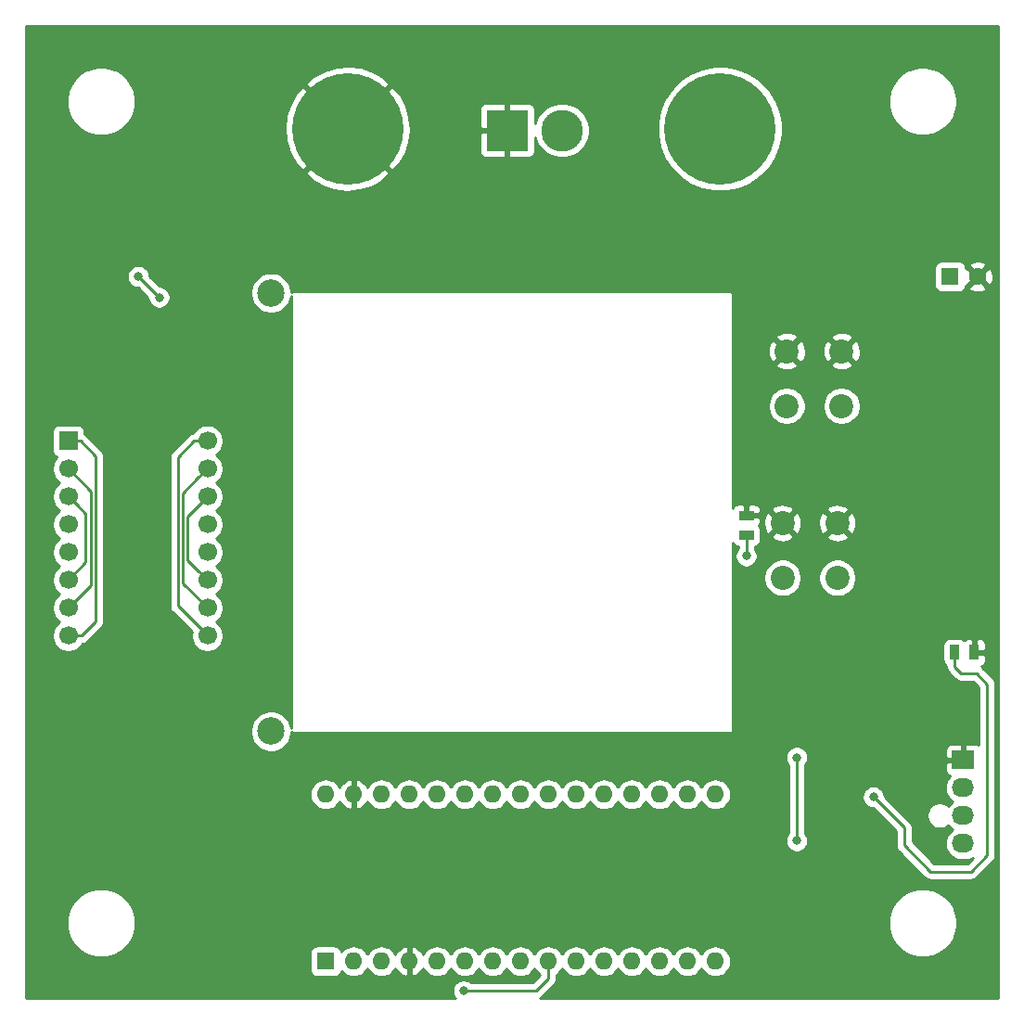
<source format=gbl>
G04 #@! TF.GenerationSoftware,KiCad,Pcbnew,5.1.4+dfsg1-1*
G04 #@! TF.CreationDate,2020-08-20T21:45:12-05:00*
G04 #@! TF.ProjectId,HotBox,486f7442-6f78-42e6-9b69-6361645f7063,rev?*
G04 #@! TF.SameCoordinates,Original*
G04 #@! TF.FileFunction,Copper,L2,Bot*
G04 #@! TF.FilePolarity,Positive*
%FSLAX46Y46*%
G04 Gerber Fmt 4.6, Leading zero omitted, Abs format (unit mm)*
G04 Created by KiCad (PCBNEW 5.1.4+dfsg1-1) date 2020-08-20 21:45:12*
%MOMM*%
%LPD*%
G04 APERTURE LIST*
%ADD10R,2.030000X1.730000*%
%ADD11O,2.030000X1.730000*%
%ADD12C,2.500000*%
%ADD13R,1.600000X1.600000*%
%ADD14O,1.600000X1.600000*%
%ADD15R,1.700000X1.700000*%
%ADD16C,1.700000*%
%ADD17R,1.350000X0.850000*%
%ADD18R,0.850000X1.350000*%
%ADD19C,10.160000*%
%ADD20C,1.600000*%
%ADD21C,2.200000*%
%ADD22R,3.800000X3.800000*%
%ADD23C,3.800000*%
%ADD24C,0.800000*%
%ADD25C,0.250000*%
%ADD26C,0.254000*%
G04 APERTURE END LIST*
D10*
X188073000Y-116953000D03*
D11*
X188073000Y-119493000D03*
X188073000Y-122033000D03*
X188073000Y-124573000D03*
D12*
X124873000Y-74333000D03*
X124873000Y-114333000D03*
D13*
X129873000Y-135333000D03*
D14*
X162893000Y-120093000D03*
X132413000Y-135333000D03*
X160353000Y-120093000D03*
X134953000Y-135333000D03*
X157813000Y-120093000D03*
X137493000Y-135333000D03*
X155273000Y-120093000D03*
X140033000Y-135333000D03*
X152733000Y-120093000D03*
X142573000Y-135333000D03*
X150193000Y-120093000D03*
X145113000Y-135333000D03*
X147653000Y-120093000D03*
X147653000Y-135333000D03*
X145113000Y-120093000D03*
X150193000Y-135333000D03*
X142573000Y-120093000D03*
X152733000Y-135333000D03*
X140033000Y-120093000D03*
X155273000Y-135333000D03*
X137493000Y-120093000D03*
X157813000Y-135333000D03*
X134953000Y-120093000D03*
X160353000Y-135333000D03*
X132413000Y-120093000D03*
X162893000Y-135333000D03*
X129873000Y-120093000D03*
X165433000Y-135333000D03*
X165433000Y-120093000D03*
D15*
X106373000Y-87833000D03*
D16*
X106373000Y-90373000D03*
X106373000Y-92913000D03*
X106373000Y-95453000D03*
X106373000Y-97993000D03*
X106373000Y-100533000D03*
X106373000Y-103073000D03*
X106373000Y-105613000D03*
X119073000Y-105613000D03*
X119073000Y-103073000D03*
X119073000Y-100533000D03*
X119073000Y-97993000D03*
X119073000Y-95453000D03*
X119073000Y-92913000D03*
X119073000Y-90373000D03*
X119073000Y-87833000D03*
D17*
X168273000Y-96438000D03*
X168273000Y-94628000D03*
D18*
X187273000Y-107133000D03*
X189083000Y-107133000D03*
D19*
X165873000Y-59333000D03*
X131873000Y-59333000D03*
D13*
X186873000Y-72833000D03*
D20*
X189373000Y-72833000D03*
D21*
X176973000Y-84633000D03*
X176973000Y-79633000D03*
X171973000Y-79633000D03*
X171973000Y-84633000D03*
X171573000Y-100333000D03*
X171573000Y-95333000D03*
X176573000Y-95333000D03*
X176573000Y-100333000D03*
D22*
X146448000Y-59483000D03*
D23*
X151448000Y-59483000D03*
D24*
X172873000Y-124333000D03*
X172873000Y-116733000D03*
X179872996Y-120333000D03*
X168273000Y-98333000D03*
X142473000Y-138033000D03*
X121373000Y-135833000D03*
X121373000Y-130833000D03*
X179873000Y-118133022D03*
X180073000Y-122533000D03*
X112773000Y-72833000D03*
X114673000Y-74733000D03*
D25*
X172873000Y-124333000D02*
X172873000Y-116733000D01*
X187273000Y-108433000D02*
X187273000Y-107133000D01*
X187873000Y-109033000D02*
X187273000Y-108433000D01*
X190273000Y-110033000D02*
X189273000Y-109033000D01*
X182673000Y-123133004D02*
X182673000Y-124733000D01*
X190273000Y-125633000D02*
X190273000Y-110033000D01*
X182673000Y-124733000D02*
X185073000Y-127133000D01*
X179872996Y-120333000D02*
X182673000Y-123133004D01*
X189273000Y-109033000D02*
X187873000Y-109033000D01*
X185073000Y-127133000D02*
X188773000Y-127133000D01*
X188773000Y-127133000D02*
X190273000Y-125633000D01*
X168273000Y-98333000D02*
X168273000Y-96438000D01*
X150193000Y-136913000D02*
X150193000Y-135333000D01*
X142473000Y-138033000D02*
X149073000Y-138033000D01*
X149073000Y-138033000D02*
X150193000Y-136913000D01*
X112773000Y-72833000D02*
X114673000Y-74733000D01*
X107473000Y-87833000D02*
X106373000Y-87833000D01*
X108873000Y-89233000D02*
X107473000Y-87833000D01*
X107593000Y-105613000D02*
X108873000Y-104333000D01*
X106373000Y-105613000D02*
X107593000Y-105613000D01*
X108873000Y-104333000D02*
X108873000Y-89233000D01*
X108422989Y-92422989D02*
X108422989Y-101023011D01*
X108422989Y-101023011D02*
X107222999Y-102223001D01*
X106373000Y-90373000D02*
X108422989Y-92422989D01*
X107222999Y-102223001D02*
X106373000Y-103073000D01*
X107972978Y-94512978D02*
X107222999Y-93762999D01*
X107972978Y-98933022D02*
X107972978Y-94512978D01*
X107222999Y-93762999D02*
X106373000Y-92913000D01*
X106373000Y-100533000D02*
X107972978Y-98933022D01*
X117870919Y-87833000D02*
X119073000Y-87833000D01*
X116373000Y-89330919D02*
X117870919Y-87833000D01*
X116373000Y-102913000D02*
X116373000Y-89330919D01*
X119073000Y-105613000D02*
X116373000Y-102913000D01*
X116823011Y-92622989D02*
X118223001Y-91222999D01*
X116823011Y-100823011D02*
X116823011Y-92622989D01*
X119073000Y-103073000D02*
X116823011Y-100823011D01*
X118223001Y-91222999D02*
X119073000Y-90373000D01*
X117273022Y-94712978D02*
X117273022Y-98733022D01*
X117273022Y-98733022D02*
X118223001Y-99683001D01*
X119073000Y-92913000D02*
X117273022Y-94712978D01*
X118223001Y-99683001D02*
X119073000Y-100533000D01*
D26*
G36*
X191246000Y-138706000D02*
G01*
X149426135Y-138706000D01*
X149497276Y-138667974D01*
X149613001Y-138573001D01*
X149636804Y-138543998D01*
X150704004Y-137476798D01*
X150733001Y-137453001D01*
X150827974Y-137337276D01*
X150898546Y-137205247D01*
X150942003Y-137061986D01*
X150953000Y-136950333D01*
X150953000Y-136950324D01*
X150956676Y-136913001D01*
X150953000Y-136875678D01*
X150953000Y-136553901D01*
X150994101Y-136531932D01*
X151212608Y-136352608D01*
X151391932Y-136134101D01*
X151463000Y-136001142D01*
X151534068Y-136134101D01*
X151713392Y-136352608D01*
X151931899Y-136531932D01*
X152181192Y-136665182D01*
X152451691Y-136747236D01*
X152662508Y-136768000D01*
X152803492Y-136768000D01*
X153014309Y-136747236D01*
X153284808Y-136665182D01*
X153534101Y-136531932D01*
X153752608Y-136352608D01*
X153931932Y-136134101D01*
X154003000Y-136001142D01*
X154074068Y-136134101D01*
X154253392Y-136352608D01*
X154471899Y-136531932D01*
X154721192Y-136665182D01*
X154991691Y-136747236D01*
X155202508Y-136768000D01*
X155343492Y-136768000D01*
X155554309Y-136747236D01*
X155824808Y-136665182D01*
X156074101Y-136531932D01*
X156292608Y-136352608D01*
X156471932Y-136134101D01*
X156543000Y-136001142D01*
X156614068Y-136134101D01*
X156793392Y-136352608D01*
X157011899Y-136531932D01*
X157261192Y-136665182D01*
X157531691Y-136747236D01*
X157742508Y-136768000D01*
X157883492Y-136768000D01*
X158094309Y-136747236D01*
X158364808Y-136665182D01*
X158614101Y-136531932D01*
X158832608Y-136352608D01*
X159011932Y-136134101D01*
X159083000Y-136001142D01*
X159154068Y-136134101D01*
X159333392Y-136352608D01*
X159551899Y-136531932D01*
X159801192Y-136665182D01*
X160071691Y-136747236D01*
X160282508Y-136768000D01*
X160423492Y-136768000D01*
X160634309Y-136747236D01*
X160904808Y-136665182D01*
X161154101Y-136531932D01*
X161372608Y-136352608D01*
X161551932Y-136134101D01*
X161623000Y-136001142D01*
X161694068Y-136134101D01*
X161873392Y-136352608D01*
X162091899Y-136531932D01*
X162341192Y-136665182D01*
X162611691Y-136747236D01*
X162822508Y-136768000D01*
X162963492Y-136768000D01*
X163174309Y-136747236D01*
X163444808Y-136665182D01*
X163694101Y-136531932D01*
X163912608Y-136352608D01*
X164091932Y-136134101D01*
X164163000Y-136001142D01*
X164234068Y-136134101D01*
X164413392Y-136352608D01*
X164631899Y-136531932D01*
X164881192Y-136665182D01*
X165151691Y-136747236D01*
X165362508Y-136768000D01*
X165503492Y-136768000D01*
X165714309Y-136747236D01*
X165984808Y-136665182D01*
X166234101Y-136531932D01*
X166452608Y-136352608D01*
X166631932Y-136134101D01*
X166765182Y-135884808D01*
X166847236Y-135614309D01*
X166874943Y-135333000D01*
X166847236Y-135051691D01*
X166765182Y-134781192D01*
X166631932Y-134531899D01*
X166452608Y-134313392D01*
X166234101Y-134134068D01*
X165984808Y-134000818D01*
X165714309Y-133918764D01*
X165503492Y-133898000D01*
X165362508Y-133898000D01*
X165151691Y-133918764D01*
X164881192Y-134000818D01*
X164631899Y-134134068D01*
X164413392Y-134313392D01*
X164234068Y-134531899D01*
X164163000Y-134664858D01*
X164091932Y-134531899D01*
X163912608Y-134313392D01*
X163694101Y-134134068D01*
X163444808Y-134000818D01*
X163174309Y-133918764D01*
X162963492Y-133898000D01*
X162822508Y-133898000D01*
X162611691Y-133918764D01*
X162341192Y-134000818D01*
X162091899Y-134134068D01*
X161873392Y-134313392D01*
X161694068Y-134531899D01*
X161623000Y-134664858D01*
X161551932Y-134531899D01*
X161372608Y-134313392D01*
X161154101Y-134134068D01*
X160904808Y-134000818D01*
X160634309Y-133918764D01*
X160423492Y-133898000D01*
X160282508Y-133898000D01*
X160071691Y-133918764D01*
X159801192Y-134000818D01*
X159551899Y-134134068D01*
X159333392Y-134313392D01*
X159154068Y-134531899D01*
X159083000Y-134664858D01*
X159011932Y-134531899D01*
X158832608Y-134313392D01*
X158614101Y-134134068D01*
X158364808Y-134000818D01*
X158094309Y-133918764D01*
X157883492Y-133898000D01*
X157742508Y-133898000D01*
X157531691Y-133918764D01*
X157261192Y-134000818D01*
X157011899Y-134134068D01*
X156793392Y-134313392D01*
X156614068Y-134531899D01*
X156543000Y-134664858D01*
X156471932Y-134531899D01*
X156292608Y-134313392D01*
X156074101Y-134134068D01*
X155824808Y-134000818D01*
X155554309Y-133918764D01*
X155343492Y-133898000D01*
X155202508Y-133898000D01*
X154991691Y-133918764D01*
X154721192Y-134000818D01*
X154471899Y-134134068D01*
X154253392Y-134313392D01*
X154074068Y-134531899D01*
X154003000Y-134664858D01*
X153931932Y-134531899D01*
X153752608Y-134313392D01*
X153534101Y-134134068D01*
X153284808Y-134000818D01*
X153014309Y-133918764D01*
X152803492Y-133898000D01*
X152662508Y-133898000D01*
X152451691Y-133918764D01*
X152181192Y-134000818D01*
X151931899Y-134134068D01*
X151713392Y-134313392D01*
X151534068Y-134531899D01*
X151463000Y-134664858D01*
X151391932Y-134531899D01*
X151212608Y-134313392D01*
X150994101Y-134134068D01*
X150744808Y-134000818D01*
X150474309Y-133918764D01*
X150263492Y-133898000D01*
X150122508Y-133898000D01*
X149911691Y-133918764D01*
X149641192Y-134000818D01*
X149391899Y-134134068D01*
X149173392Y-134313392D01*
X148994068Y-134531899D01*
X148923000Y-134664858D01*
X148851932Y-134531899D01*
X148672608Y-134313392D01*
X148454101Y-134134068D01*
X148204808Y-134000818D01*
X147934309Y-133918764D01*
X147723492Y-133898000D01*
X147582508Y-133898000D01*
X147371691Y-133918764D01*
X147101192Y-134000818D01*
X146851899Y-134134068D01*
X146633392Y-134313392D01*
X146454068Y-134531899D01*
X146383000Y-134664858D01*
X146311932Y-134531899D01*
X146132608Y-134313392D01*
X145914101Y-134134068D01*
X145664808Y-134000818D01*
X145394309Y-133918764D01*
X145183492Y-133898000D01*
X145042508Y-133898000D01*
X144831691Y-133918764D01*
X144561192Y-134000818D01*
X144311899Y-134134068D01*
X144093392Y-134313392D01*
X143914068Y-134531899D01*
X143843000Y-134664858D01*
X143771932Y-134531899D01*
X143592608Y-134313392D01*
X143374101Y-134134068D01*
X143124808Y-134000818D01*
X142854309Y-133918764D01*
X142643492Y-133898000D01*
X142502508Y-133898000D01*
X142291691Y-133918764D01*
X142021192Y-134000818D01*
X141771899Y-134134068D01*
X141553392Y-134313392D01*
X141374068Y-134531899D01*
X141303000Y-134664858D01*
X141231932Y-134531899D01*
X141052608Y-134313392D01*
X140834101Y-134134068D01*
X140584808Y-134000818D01*
X140314309Y-133918764D01*
X140103492Y-133898000D01*
X139962508Y-133898000D01*
X139751691Y-133918764D01*
X139481192Y-134000818D01*
X139231899Y-134134068D01*
X139013392Y-134313392D01*
X138834068Y-134531899D01*
X138760421Y-134669682D01*
X138645385Y-134477869D01*
X138456414Y-134269481D01*
X138230420Y-134101963D01*
X137976087Y-133981754D01*
X137842039Y-133941096D01*
X137620000Y-134063085D01*
X137620000Y-135206000D01*
X137640000Y-135206000D01*
X137640000Y-135460000D01*
X137620000Y-135460000D01*
X137620000Y-136602915D01*
X137842039Y-136724904D01*
X137976087Y-136684246D01*
X138230420Y-136564037D01*
X138456414Y-136396519D01*
X138645385Y-136188131D01*
X138760421Y-135996318D01*
X138834068Y-136134101D01*
X139013392Y-136352608D01*
X139231899Y-136531932D01*
X139481192Y-136665182D01*
X139751691Y-136747236D01*
X139962508Y-136768000D01*
X140103492Y-136768000D01*
X140314309Y-136747236D01*
X140584808Y-136665182D01*
X140834101Y-136531932D01*
X141052608Y-136352608D01*
X141231932Y-136134101D01*
X141303000Y-136001142D01*
X141374068Y-136134101D01*
X141553392Y-136352608D01*
X141771899Y-136531932D01*
X142021192Y-136665182D01*
X142291691Y-136747236D01*
X142502508Y-136768000D01*
X142643492Y-136768000D01*
X142854309Y-136747236D01*
X143124808Y-136665182D01*
X143374101Y-136531932D01*
X143592608Y-136352608D01*
X143771932Y-136134101D01*
X143843000Y-136001142D01*
X143914068Y-136134101D01*
X144093392Y-136352608D01*
X144311899Y-136531932D01*
X144561192Y-136665182D01*
X144831691Y-136747236D01*
X145042508Y-136768000D01*
X145183492Y-136768000D01*
X145394309Y-136747236D01*
X145664808Y-136665182D01*
X145914101Y-136531932D01*
X146132608Y-136352608D01*
X146311932Y-136134101D01*
X146383000Y-136001142D01*
X146454068Y-136134101D01*
X146633392Y-136352608D01*
X146851899Y-136531932D01*
X147101192Y-136665182D01*
X147371691Y-136747236D01*
X147582508Y-136768000D01*
X147723492Y-136768000D01*
X147934309Y-136747236D01*
X148204808Y-136665182D01*
X148454101Y-136531932D01*
X148672608Y-136352608D01*
X148851932Y-136134101D01*
X148923000Y-136001142D01*
X148994068Y-136134101D01*
X149173392Y-136352608D01*
X149391899Y-136531932D01*
X149433000Y-136553901D01*
X149433000Y-136598198D01*
X148758199Y-137273000D01*
X143176711Y-137273000D01*
X143132774Y-137229063D01*
X142963256Y-137115795D01*
X142774898Y-137037774D01*
X142574939Y-136998000D01*
X142371061Y-136998000D01*
X142171102Y-137037774D01*
X141982744Y-137115795D01*
X141813226Y-137229063D01*
X141669063Y-137373226D01*
X141555795Y-137542744D01*
X141477774Y-137731102D01*
X141438000Y-137931061D01*
X141438000Y-138134939D01*
X141477774Y-138334898D01*
X141555795Y-138523256D01*
X141669063Y-138692774D01*
X141682289Y-138706000D01*
X102500000Y-138706000D01*
X102500000Y-131523540D01*
X106231000Y-131523540D01*
X106231000Y-132142460D01*
X106351745Y-132749488D01*
X106588596Y-133321295D01*
X106932449Y-133835908D01*
X107370092Y-134273551D01*
X107884705Y-134617404D01*
X108456512Y-134854255D01*
X109063540Y-134975000D01*
X109682460Y-134975000D01*
X110289488Y-134854255D01*
X110861295Y-134617404D01*
X110987614Y-134533000D01*
X128434928Y-134533000D01*
X128434928Y-136133000D01*
X128447188Y-136257482D01*
X128483498Y-136377180D01*
X128542463Y-136487494D01*
X128621815Y-136584185D01*
X128718506Y-136663537D01*
X128828820Y-136722502D01*
X128948518Y-136758812D01*
X129073000Y-136771072D01*
X130673000Y-136771072D01*
X130797482Y-136758812D01*
X130917180Y-136722502D01*
X131027494Y-136663537D01*
X131124185Y-136584185D01*
X131203537Y-136487494D01*
X131262502Y-136377180D01*
X131298812Y-136257482D01*
X131300581Y-136239518D01*
X131393392Y-136352608D01*
X131611899Y-136531932D01*
X131861192Y-136665182D01*
X132131691Y-136747236D01*
X132342508Y-136768000D01*
X132483492Y-136768000D01*
X132694309Y-136747236D01*
X132964808Y-136665182D01*
X133214101Y-136531932D01*
X133432608Y-136352608D01*
X133611932Y-136134101D01*
X133683000Y-136001142D01*
X133754068Y-136134101D01*
X133933392Y-136352608D01*
X134151899Y-136531932D01*
X134401192Y-136665182D01*
X134671691Y-136747236D01*
X134882508Y-136768000D01*
X135023492Y-136768000D01*
X135234309Y-136747236D01*
X135504808Y-136665182D01*
X135754101Y-136531932D01*
X135972608Y-136352608D01*
X136151932Y-136134101D01*
X136225579Y-135996318D01*
X136340615Y-136188131D01*
X136529586Y-136396519D01*
X136755580Y-136564037D01*
X137009913Y-136684246D01*
X137143961Y-136724904D01*
X137366000Y-136602915D01*
X137366000Y-135460000D01*
X137346000Y-135460000D01*
X137346000Y-135206000D01*
X137366000Y-135206000D01*
X137366000Y-134063085D01*
X137143961Y-133941096D01*
X137009913Y-133981754D01*
X136755580Y-134101963D01*
X136529586Y-134269481D01*
X136340615Y-134477869D01*
X136225579Y-134669682D01*
X136151932Y-134531899D01*
X135972608Y-134313392D01*
X135754101Y-134134068D01*
X135504808Y-134000818D01*
X135234309Y-133918764D01*
X135023492Y-133898000D01*
X134882508Y-133898000D01*
X134671691Y-133918764D01*
X134401192Y-134000818D01*
X134151899Y-134134068D01*
X133933392Y-134313392D01*
X133754068Y-134531899D01*
X133683000Y-134664858D01*
X133611932Y-134531899D01*
X133432608Y-134313392D01*
X133214101Y-134134068D01*
X132964808Y-134000818D01*
X132694309Y-133918764D01*
X132483492Y-133898000D01*
X132342508Y-133898000D01*
X132131691Y-133918764D01*
X131861192Y-134000818D01*
X131611899Y-134134068D01*
X131393392Y-134313392D01*
X131300581Y-134426482D01*
X131298812Y-134408518D01*
X131262502Y-134288820D01*
X131203537Y-134178506D01*
X131124185Y-134081815D01*
X131027494Y-134002463D01*
X130917180Y-133943498D01*
X130797482Y-133907188D01*
X130673000Y-133894928D01*
X129073000Y-133894928D01*
X128948518Y-133907188D01*
X128828820Y-133943498D01*
X128718506Y-134002463D01*
X128621815Y-134081815D01*
X128542463Y-134178506D01*
X128483498Y-134288820D01*
X128447188Y-134408518D01*
X128434928Y-134533000D01*
X110987614Y-134533000D01*
X111375908Y-134273551D01*
X111813551Y-133835908D01*
X112157404Y-133321295D01*
X112394255Y-132749488D01*
X112515000Y-132142460D01*
X112515000Y-131523540D01*
X181231000Y-131523540D01*
X181231000Y-132142460D01*
X181351745Y-132749488D01*
X181588596Y-133321295D01*
X181932449Y-133835908D01*
X182370092Y-134273551D01*
X182884705Y-134617404D01*
X183456512Y-134854255D01*
X184063540Y-134975000D01*
X184682460Y-134975000D01*
X185289488Y-134854255D01*
X185861295Y-134617404D01*
X186375908Y-134273551D01*
X186813551Y-133835908D01*
X187157404Y-133321295D01*
X187394255Y-132749488D01*
X187515000Y-132142460D01*
X187515000Y-131523540D01*
X187394255Y-130916512D01*
X187157404Y-130344705D01*
X186813551Y-129830092D01*
X186375908Y-129392449D01*
X185861295Y-129048596D01*
X185289488Y-128811745D01*
X184682460Y-128691000D01*
X184063540Y-128691000D01*
X183456512Y-128811745D01*
X182884705Y-129048596D01*
X182370092Y-129392449D01*
X181932449Y-129830092D01*
X181588596Y-130344705D01*
X181351745Y-130916512D01*
X181231000Y-131523540D01*
X112515000Y-131523540D01*
X112394255Y-130916512D01*
X112157404Y-130344705D01*
X111813551Y-129830092D01*
X111375908Y-129392449D01*
X110861295Y-129048596D01*
X110289488Y-128811745D01*
X109682460Y-128691000D01*
X109063540Y-128691000D01*
X108456512Y-128811745D01*
X107884705Y-129048596D01*
X107370092Y-129392449D01*
X106932449Y-129830092D01*
X106588596Y-130344705D01*
X106351745Y-130916512D01*
X106231000Y-131523540D01*
X102500000Y-131523540D01*
X102500000Y-120093000D01*
X128431057Y-120093000D01*
X128458764Y-120374309D01*
X128540818Y-120644808D01*
X128674068Y-120894101D01*
X128853392Y-121112608D01*
X129071899Y-121291932D01*
X129321192Y-121425182D01*
X129591691Y-121507236D01*
X129802508Y-121528000D01*
X129943492Y-121528000D01*
X130154309Y-121507236D01*
X130424808Y-121425182D01*
X130674101Y-121291932D01*
X130892608Y-121112608D01*
X131071932Y-120894101D01*
X131145579Y-120756318D01*
X131260615Y-120948131D01*
X131449586Y-121156519D01*
X131675580Y-121324037D01*
X131929913Y-121444246D01*
X132063961Y-121484904D01*
X132286000Y-121362915D01*
X132286000Y-120220000D01*
X132266000Y-120220000D01*
X132266000Y-119966000D01*
X132286000Y-119966000D01*
X132286000Y-118823085D01*
X132540000Y-118823085D01*
X132540000Y-119966000D01*
X132560000Y-119966000D01*
X132560000Y-120220000D01*
X132540000Y-120220000D01*
X132540000Y-121362915D01*
X132762039Y-121484904D01*
X132896087Y-121444246D01*
X133150420Y-121324037D01*
X133376414Y-121156519D01*
X133565385Y-120948131D01*
X133680421Y-120756318D01*
X133754068Y-120894101D01*
X133933392Y-121112608D01*
X134151899Y-121291932D01*
X134401192Y-121425182D01*
X134671691Y-121507236D01*
X134882508Y-121528000D01*
X135023492Y-121528000D01*
X135234309Y-121507236D01*
X135504808Y-121425182D01*
X135754101Y-121291932D01*
X135972608Y-121112608D01*
X136151932Y-120894101D01*
X136223000Y-120761142D01*
X136294068Y-120894101D01*
X136473392Y-121112608D01*
X136691899Y-121291932D01*
X136941192Y-121425182D01*
X137211691Y-121507236D01*
X137422508Y-121528000D01*
X137563492Y-121528000D01*
X137774309Y-121507236D01*
X138044808Y-121425182D01*
X138294101Y-121291932D01*
X138512608Y-121112608D01*
X138691932Y-120894101D01*
X138763000Y-120761142D01*
X138834068Y-120894101D01*
X139013392Y-121112608D01*
X139231899Y-121291932D01*
X139481192Y-121425182D01*
X139751691Y-121507236D01*
X139962508Y-121528000D01*
X140103492Y-121528000D01*
X140314309Y-121507236D01*
X140584808Y-121425182D01*
X140834101Y-121291932D01*
X141052608Y-121112608D01*
X141231932Y-120894101D01*
X141303000Y-120761142D01*
X141374068Y-120894101D01*
X141553392Y-121112608D01*
X141771899Y-121291932D01*
X142021192Y-121425182D01*
X142291691Y-121507236D01*
X142502508Y-121528000D01*
X142643492Y-121528000D01*
X142854309Y-121507236D01*
X143124808Y-121425182D01*
X143374101Y-121291932D01*
X143592608Y-121112608D01*
X143771932Y-120894101D01*
X143843000Y-120761142D01*
X143914068Y-120894101D01*
X144093392Y-121112608D01*
X144311899Y-121291932D01*
X144561192Y-121425182D01*
X144831691Y-121507236D01*
X145042508Y-121528000D01*
X145183492Y-121528000D01*
X145394309Y-121507236D01*
X145664808Y-121425182D01*
X145914101Y-121291932D01*
X146132608Y-121112608D01*
X146311932Y-120894101D01*
X146383000Y-120761142D01*
X146454068Y-120894101D01*
X146633392Y-121112608D01*
X146851899Y-121291932D01*
X147101192Y-121425182D01*
X147371691Y-121507236D01*
X147582508Y-121528000D01*
X147723492Y-121528000D01*
X147934309Y-121507236D01*
X148204808Y-121425182D01*
X148454101Y-121291932D01*
X148672608Y-121112608D01*
X148851932Y-120894101D01*
X148923000Y-120761142D01*
X148994068Y-120894101D01*
X149173392Y-121112608D01*
X149391899Y-121291932D01*
X149641192Y-121425182D01*
X149911691Y-121507236D01*
X150122508Y-121528000D01*
X150263492Y-121528000D01*
X150474309Y-121507236D01*
X150744808Y-121425182D01*
X150994101Y-121291932D01*
X151212608Y-121112608D01*
X151391932Y-120894101D01*
X151463000Y-120761142D01*
X151534068Y-120894101D01*
X151713392Y-121112608D01*
X151931899Y-121291932D01*
X152181192Y-121425182D01*
X152451691Y-121507236D01*
X152662508Y-121528000D01*
X152803492Y-121528000D01*
X153014309Y-121507236D01*
X153284808Y-121425182D01*
X153534101Y-121291932D01*
X153752608Y-121112608D01*
X153931932Y-120894101D01*
X154003000Y-120761142D01*
X154074068Y-120894101D01*
X154253392Y-121112608D01*
X154471899Y-121291932D01*
X154721192Y-121425182D01*
X154991691Y-121507236D01*
X155202508Y-121528000D01*
X155343492Y-121528000D01*
X155554309Y-121507236D01*
X155824808Y-121425182D01*
X156074101Y-121291932D01*
X156292608Y-121112608D01*
X156471932Y-120894101D01*
X156543000Y-120761142D01*
X156614068Y-120894101D01*
X156793392Y-121112608D01*
X157011899Y-121291932D01*
X157261192Y-121425182D01*
X157531691Y-121507236D01*
X157742508Y-121528000D01*
X157883492Y-121528000D01*
X158094309Y-121507236D01*
X158364808Y-121425182D01*
X158614101Y-121291932D01*
X158832608Y-121112608D01*
X159011932Y-120894101D01*
X159083000Y-120761142D01*
X159154068Y-120894101D01*
X159333392Y-121112608D01*
X159551899Y-121291932D01*
X159801192Y-121425182D01*
X160071691Y-121507236D01*
X160282508Y-121528000D01*
X160423492Y-121528000D01*
X160634309Y-121507236D01*
X160904808Y-121425182D01*
X161154101Y-121291932D01*
X161372608Y-121112608D01*
X161551932Y-120894101D01*
X161623000Y-120761142D01*
X161694068Y-120894101D01*
X161873392Y-121112608D01*
X162091899Y-121291932D01*
X162341192Y-121425182D01*
X162611691Y-121507236D01*
X162822508Y-121528000D01*
X162963492Y-121528000D01*
X163174309Y-121507236D01*
X163444808Y-121425182D01*
X163694101Y-121291932D01*
X163912608Y-121112608D01*
X164091932Y-120894101D01*
X164163000Y-120761142D01*
X164234068Y-120894101D01*
X164413392Y-121112608D01*
X164631899Y-121291932D01*
X164881192Y-121425182D01*
X165151691Y-121507236D01*
X165362508Y-121528000D01*
X165503492Y-121528000D01*
X165714309Y-121507236D01*
X165984808Y-121425182D01*
X166234101Y-121291932D01*
X166452608Y-121112608D01*
X166631932Y-120894101D01*
X166765182Y-120644808D01*
X166847236Y-120374309D01*
X166874943Y-120093000D01*
X166847236Y-119811691D01*
X166765182Y-119541192D01*
X166631932Y-119291899D01*
X166452608Y-119073392D01*
X166234101Y-118894068D01*
X165984808Y-118760818D01*
X165714309Y-118678764D01*
X165503492Y-118658000D01*
X165362508Y-118658000D01*
X165151691Y-118678764D01*
X164881192Y-118760818D01*
X164631899Y-118894068D01*
X164413392Y-119073392D01*
X164234068Y-119291899D01*
X164163000Y-119424858D01*
X164091932Y-119291899D01*
X163912608Y-119073392D01*
X163694101Y-118894068D01*
X163444808Y-118760818D01*
X163174309Y-118678764D01*
X162963492Y-118658000D01*
X162822508Y-118658000D01*
X162611691Y-118678764D01*
X162341192Y-118760818D01*
X162091899Y-118894068D01*
X161873392Y-119073392D01*
X161694068Y-119291899D01*
X161623000Y-119424858D01*
X161551932Y-119291899D01*
X161372608Y-119073392D01*
X161154101Y-118894068D01*
X160904808Y-118760818D01*
X160634309Y-118678764D01*
X160423492Y-118658000D01*
X160282508Y-118658000D01*
X160071691Y-118678764D01*
X159801192Y-118760818D01*
X159551899Y-118894068D01*
X159333392Y-119073392D01*
X159154068Y-119291899D01*
X159083000Y-119424858D01*
X159011932Y-119291899D01*
X158832608Y-119073392D01*
X158614101Y-118894068D01*
X158364808Y-118760818D01*
X158094309Y-118678764D01*
X157883492Y-118658000D01*
X157742508Y-118658000D01*
X157531691Y-118678764D01*
X157261192Y-118760818D01*
X157011899Y-118894068D01*
X156793392Y-119073392D01*
X156614068Y-119291899D01*
X156543000Y-119424858D01*
X156471932Y-119291899D01*
X156292608Y-119073392D01*
X156074101Y-118894068D01*
X155824808Y-118760818D01*
X155554309Y-118678764D01*
X155343492Y-118658000D01*
X155202508Y-118658000D01*
X154991691Y-118678764D01*
X154721192Y-118760818D01*
X154471899Y-118894068D01*
X154253392Y-119073392D01*
X154074068Y-119291899D01*
X154003000Y-119424858D01*
X153931932Y-119291899D01*
X153752608Y-119073392D01*
X153534101Y-118894068D01*
X153284808Y-118760818D01*
X153014309Y-118678764D01*
X152803492Y-118658000D01*
X152662508Y-118658000D01*
X152451691Y-118678764D01*
X152181192Y-118760818D01*
X151931899Y-118894068D01*
X151713392Y-119073392D01*
X151534068Y-119291899D01*
X151463000Y-119424858D01*
X151391932Y-119291899D01*
X151212608Y-119073392D01*
X150994101Y-118894068D01*
X150744808Y-118760818D01*
X150474309Y-118678764D01*
X150263492Y-118658000D01*
X150122508Y-118658000D01*
X149911691Y-118678764D01*
X149641192Y-118760818D01*
X149391899Y-118894068D01*
X149173392Y-119073392D01*
X148994068Y-119291899D01*
X148923000Y-119424858D01*
X148851932Y-119291899D01*
X148672608Y-119073392D01*
X148454101Y-118894068D01*
X148204808Y-118760818D01*
X147934309Y-118678764D01*
X147723492Y-118658000D01*
X147582508Y-118658000D01*
X147371691Y-118678764D01*
X147101192Y-118760818D01*
X146851899Y-118894068D01*
X146633392Y-119073392D01*
X146454068Y-119291899D01*
X146383000Y-119424858D01*
X146311932Y-119291899D01*
X146132608Y-119073392D01*
X145914101Y-118894068D01*
X145664808Y-118760818D01*
X145394309Y-118678764D01*
X145183492Y-118658000D01*
X145042508Y-118658000D01*
X144831691Y-118678764D01*
X144561192Y-118760818D01*
X144311899Y-118894068D01*
X144093392Y-119073392D01*
X143914068Y-119291899D01*
X143843000Y-119424858D01*
X143771932Y-119291899D01*
X143592608Y-119073392D01*
X143374101Y-118894068D01*
X143124808Y-118760818D01*
X142854309Y-118678764D01*
X142643492Y-118658000D01*
X142502508Y-118658000D01*
X142291691Y-118678764D01*
X142021192Y-118760818D01*
X141771899Y-118894068D01*
X141553392Y-119073392D01*
X141374068Y-119291899D01*
X141303000Y-119424858D01*
X141231932Y-119291899D01*
X141052608Y-119073392D01*
X140834101Y-118894068D01*
X140584808Y-118760818D01*
X140314309Y-118678764D01*
X140103492Y-118658000D01*
X139962508Y-118658000D01*
X139751691Y-118678764D01*
X139481192Y-118760818D01*
X139231899Y-118894068D01*
X139013392Y-119073392D01*
X138834068Y-119291899D01*
X138763000Y-119424858D01*
X138691932Y-119291899D01*
X138512608Y-119073392D01*
X138294101Y-118894068D01*
X138044808Y-118760818D01*
X137774309Y-118678764D01*
X137563492Y-118658000D01*
X137422508Y-118658000D01*
X137211691Y-118678764D01*
X136941192Y-118760818D01*
X136691899Y-118894068D01*
X136473392Y-119073392D01*
X136294068Y-119291899D01*
X136223000Y-119424858D01*
X136151932Y-119291899D01*
X135972608Y-119073392D01*
X135754101Y-118894068D01*
X135504808Y-118760818D01*
X135234309Y-118678764D01*
X135023492Y-118658000D01*
X134882508Y-118658000D01*
X134671691Y-118678764D01*
X134401192Y-118760818D01*
X134151899Y-118894068D01*
X133933392Y-119073392D01*
X133754068Y-119291899D01*
X133680421Y-119429682D01*
X133565385Y-119237869D01*
X133376414Y-119029481D01*
X133150420Y-118861963D01*
X132896087Y-118741754D01*
X132762039Y-118701096D01*
X132540000Y-118823085D01*
X132286000Y-118823085D01*
X132063961Y-118701096D01*
X131929913Y-118741754D01*
X131675580Y-118861963D01*
X131449586Y-119029481D01*
X131260615Y-119237869D01*
X131145579Y-119429682D01*
X131071932Y-119291899D01*
X130892608Y-119073392D01*
X130674101Y-118894068D01*
X130424808Y-118760818D01*
X130154309Y-118678764D01*
X129943492Y-118658000D01*
X129802508Y-118658000D01*
X129591691Y-118678764D01*
X129321192Y-118760818D01*
X129071899Y-118894068D01*
X128853392Y-119073392D01*
X128674068Y-119291899D01*
X128540818Y-119541192D01*
X128458764Y-119811691D01*
X128431057Y-120093000D01*
X102500000Y-120093000D01*
X102500000Y-116631061D01*
X171838000Y-116631061D01*
X171838000Y-116834939D01*
X171877774Y-117034898D01*
X171955795Y-117223256D01*
X172069063Y-117392774D01*
X172113001Y-117436712D01*
X172113000Y-123629289D01*
X172069063Y-123673226D01*
X171955795Y-123842744D01*
X171877774Y-124031102D01*
X171838000Y-124231061D01*
X171838000Y-124434939D01*
X171877774Y-124634898D01*
X171955795Y-124823256D01*
X172069063Y-124992774D01*
X172213226Y-125136937D01*
X172382744Y-125250205D01*
X172571102Y-125328226D01*
X172771061Y-125368000D01*
X172974939Y-125368000D01*
X173174898Y-125328226D01*
X173363256Y-125250205D01*
X173532774Y-125136937D01*
X173676937Y-124992774D01*
X173790205Y-124823256D01*
X173868226Y-124634898D01*
X173908000Y-124434939D01*
X173908000Y-124231061D01*
X173868226Y-124031102D01*
X173790205Y-123842744D01*
X173676937Y-123673226D01*
X173633000Y-123629289D01*
X173633000Y-120231061D01*
X178837996Y-120231061D01*
X178837996Y-120434939D01*
X178877770Y-120634898D01*
X178955791Y-120823256D01*
X179069059Y-120992774D01*
X179213222Y-121136937D01*
X179382740Y-121250205D01*
X179571098Y-121328226D01*
X179771057Y-121368000D01*
X179833195Y-121368000D01*
X181913000Y-123447806D01*
X181913001Y-124695668D01*
X181909324Y-124733000D01*
X181913001Y-124770333D01*
X181923998Y-124881986D01*
X181937180Y-124925442D01*
X181967454Y-125025246D01*
X182038026Y-125157276D01*
X182080250Y-125208725D01*
X182133000Y-125273001D01*
X182161998Y-125296799D01*
X184509201Y-127644003D01*
X184532999Y-127673001D01*
X184561997Y-127696799D01*
X184648724Y-127767974D01*
X184780753Y-127838546D01*
X184924014Y-127882003D01*
X185073000Y-127896677D01*
X185110333Y-127893000D01*
X188735678Y-127893000D01*
X188773000Y-127896676D01*
X188810322Y-127893000D01*
X188810333Y-127893000D01*
X188921986Y-127882003D01*
X189065247Y-127838546D01*
X189197276Y-127767974D01*
X189313001Y-127673001D01*
X189336804Y-127643997D01*
X190784004Y-126196798D01*
X190813001Y-126173001D01*
X190907974Y-126057276D01*
X190978546Y-125925247D01*
X191022003Y-125781986D01*
X191033000Y-125670333D01*
X191033000Y-125670324D01*
X191036676Y-125633001D01*
X191033000Y-125595678D01*
X191033000Y-110070333D01*
X191036677Y-110033000D01*
X191022003Y-109884014D01*
X190978546Y-109740753D01*
X190907974Y-109608724D01*
X190836799Y-109521997D01*
X190813001Y-109492999D01*
X190784003Y-109469201D01*
X189836804Y-108522002D01*
X189813001Y-108492999D01*
X189711627Y-108409804D01*
X189752180Y-108397502D01*
X189862494Y-108338537D01*
X189959185Y-108259185D01*
X190038537Y-108162494D01*
X190097502Y-108052180D01*
X190133812Y-107932482D01*
X190146072Y-107808000D01*
X190143000Y-107418750D01*
X189984250Y-107260000D01*
X189210000Y-107260000D01*
X189210000Y-107280000D01*
X188956000Y-107280000D01*
X188956000Y-107260000D01*
X188936000Y-107260000D01*
X188936000Y-107006000D01*
X188956000Y-107006000D01*
X188956000Y-105981750D01*
X189210000Y-105981750D01*
X189210000Y-107006000D01*
X189984250Y-107006000D01*
X190143000Y-106847250D01*
X190146072Y-106458000D01*
X190133812Y-106333518D01*
X190097502Y-106213820D01*
X190038537Y-106103506D01*
X189959185Y-106006815D01*
X189862494Y-105927463D01*
X189752180Y-105868498D01*
X189632482Y-105832188D01*
X189508000Y-105819928D01*
X189368750Y-105823000D01*
X189210000Y-105981750D01*
X188956000Y-105981750D01*
X188797250Y-105823000D01*
X188658000Y-105819928D01*
X188533518Y-105832188D01*
X188413820Y-105868498D01*
X188303506Y-105927463D01*
X188206815Y-106006815D01*
X188178000Y-106041926D01*
X188149185Y-106006815D01*
X188052494Y-105927463D01*
X187942180Y-105868498D01*
X187822482Y-105832188D01*
X187698000Y-105819928D01*
X186848000Y-105819928D01*
X186723518Y-105832188D01*
X186603820Y-105868498D01*
X186493506Y-105927463D01*
X186396815Y-106006815D01*
X186317463Y-106103506D01*
X186258498Y-106213820D01*
X186222188Y-106333518D01*
X186209928Y-106458000D01*
X186209928Y-107808000D01*
X186222188Y-107932482D01*
X186258498Y-108052180D01*
X186317463Y-108162494D01*
X186396815Y-108259185D01*
X186493506Y-108338537D01*
X186513000Y-108348957D01*
X186513000Y-108395677D01*
X186509324Y-108433000D01*
X186513000Y-108470322D01*
X186513000Y-108470332D01*
X186523997Y-108581985D01*
X186567454Y-108725246D01*
X186638026Y-108857276D01*
X186677871Y-108905826D01*
X186732999Y-108973001D01*
X186762002Y-108996803D01*
X187309200Y-109544002D01*
X187332999Y-109573001D01*
X187361997Y-109596799D01*
X187448723Y-109667974D01*
X187580753Y-109738546D01*
X187724014Y-109782003D01*
X187835667Y-109793000D01*
X187835676Y-109793000D01*
X187872999Y-109796676D01*
X187910322Y-109793000D01*
X188958199Y-109793000D01*
X189513001Y-110347803D01*
X189513001Y-115615326D01*
X189442494Y-115557463D01*
X189332180Y-115498498D01*
X189212482Y-115462188D01*
X189088000Y-115449928D01*
X188358750Y-115453000D01*
X188200000Y-115611750D01*
X188200000Y-116826000D01*
X188220000Y-116826000D01*
X188220000Y-117080000D01*
X188200000Y-117080000D01*
X188200000Y-117100000D01*
X187946000Y-117100000D01*
X187946000Y-117080000D01*
X186581750Y-117080000D01*
X186423000Y-117238750D01*
X186419928Y-117818000D01*
X186432188Y-117942482D01*
X186468498Y-118062180D01*
X186527463Y-118172494D01*
X186606815Y-118269185D01*
X186703506Y-118348537D01*
X186813820Y-118407502D01*
X186863030Y-118422430D01*
X186857208Y-118427208D01*
X186669762Y-118655613D01*
X186530476Y-118916198D01*
X186444705Y-119198949D01*
X186415743Y-119493000D01*
X186444705Y-119787051D01*
X186530476Y-120069802D01*
X186669762Y-120330387D01*
X186857208Y-120558792D01*
X187085613Y-120746238D01*
X187116972Y-120763000D01*
X187085613Y-120779762D01*
X186857208Y-120967208D01*
X186706586Y-121150742D01*
X186668394Y-121112550D01*
X186474308Y-120982866D01*
X186258652Y-120893539D01*
X186029712Y-120848000D01*
X185796288Y-120848000D01*
X185567348Y-120893539D01*
X185351692Y-120982866D01*
X185157606Y-121112550D01*
X184992550Y-121277606D01*
X184862866Y-121471692D01*
X184773539Y-121687348D01*
X184728000Y-121916288D01*
X184728000Y-122149712D01*
X184773539Y-122378652D01*
X184862866Y-122594308D01*
X184992550Y-122788394D01*
X185157606Y-122953450D01*
X185351692Y-123083134D01*
X185567348Y-123172461D01*
X185796288Y-123218000D01*
X186029712Y-123218000D01*
X186258652Y-123172461D01*
X186474308Y-123083134D01*
X186668394Y-122953450D01*
X186706586Y-122915258D01*
X186857208Y-123098792D01*
X187085613Y-123286238D01*
X187116972Y-123303000D01*
X187085613Y-123319762D01*
X186857208Y-123507208D01*
X186669762Y-123735613D01*
X186530476Y-123996198D01*
X186444705Y-124278949D01*
X186415743Y-124573000D01*
X186444705Y-124867051D01*
X186530476Y-125149802D01*
X186669762Y-125410387D01*
X186857208Y-125638792D01*
X187085613Y-125826238D01*
X187346198Y-125965524D01*
X187628949Y-126051295D01*
X187849320Y-126073000D01*
X188296680Y-126073000D01*
X188517051Y-126051295D01*
X188799802Y-125965524D01*
X188941315Y-125889883D01*
X188458199Y-126373000D01*
X185387802Y-126373000D01*
X183433000Y-124418199D01*
X183433000Y-123170329D01*
X183436676Y-123133004D01*
X183433000Y-123095679D01*
X183433000Y-123095671D01*
X183422003Y-122984018D01*
X183378546Y-122840757D01*
X183307974Y-122708728D01*
X183213001Y-122593003D01*
X183184004Y-122569206D01*
X180907996Y-120293199D01*
X180907996Y-120231061D01*
X180868222Y-120031102D01*
X180790201Y-119842744D01*
X180676933Y-119673226D01*
X180532770Y-119529063D01*
X180363252Y-119415795D01*
X180174894Y-119337774D01*
X179974935Y-119298000D01*
X179771057Y-119298000D01*
X179571098Y-119337774D01*
X179382740Y-119415795D01*
X179213222Y-119529063D01*
X179069059Y-119673226D01*
X178955791Y-119842744D01*
X178877770Y-120031102D01*
X178837996Y-120231061D01*
X173633000Y-120231061D01*
X173633000Y-117436711D01*
X173676937Y-117392774D01*
X173790205Y-117223256D01*
X173868226Y-117034898D01*
X173908000Y-116834939D01*
X173908000Y-116631061D01*
X173868226Y-116431102D01*
X173790205Y-116242744D01*
X173686809Y-116088000D01*
X186419928Y-116088000D01*
X186423000Y-116667250D01*
X186581750Y-116826000D01*
X187946000Y-116826000D01*
X187946000Y-115611750D01*
X187787250Y-115453000D01*
X187058000Y-115449928D01*
X186933518Y-115462188D01*
X186813820Y-115498498D01*
X186703506Y-115557463D01*
X186606815Y-115636815D01*
X186527463Y-115733506D01*
X186468498Y-115843820D01*
X186432188Y-115963518D01*
X186419928Y-116088000D01*
X173686809Y-116088000D01*
X173676937Y-116073226D01*
X173532774Y-115929063D01*
X173363256Y-115815795D01*
X173174898Y-115737774D01*
X172974939Y-115698000D01*
X172771061Y-115698000D01*
X172571102Y-115737774D01*
X172382744Y-115815795D01*
X172213226Y-115929063D01*
X172069063Y-116073226D01*
X171955795Y-116242744D01*
X171877774Y-116431102D01*
X171838000Y-116631061D01*
X102500000Y-116631061D01*
X102500000Y-86983000D01*
X104884928Y-86983000D01*
X104884928Y-88683000D01*
X104897188Y-88807482D01*
X104933498Y-88927180D01*
X104992463Y-89037494D01*
X105071815Y-89134185D01*
X105168506Y-89213537D01*
X105278820Y-89272502D01*
X105351380Y-89294513D01*
X105219525Y-89426368D01*
X105057010Y-89669589D01*
X104945068Y-89939842D01*
X104888000Y-90226740D01*
X104888000Y-90519260D01*
X104945068Y-90806158D01*
X105057010Y-91076411D01*
X105219525Y-91319632D01*
X105426368Y-91526475D01*
X105600760Y-91643000D01*
X105426368Y-91759525D01*
X105219525Y-91966368D01*
X105057010Y-92209589D01*
X104945068Y-92479842D01*
X104888000Y-92766740D01*
X104888000Y-93059260D01*
X104945068Y-93346158D01*
X105057010Y-93616411D01*
X105219525Y-93859632D01*
X105426368Y-94066475D01*
X105600760Y-94183000D01*
X105426368Y-94299525D01*
X105219525Y-94506368D01*
X105057010Y-94749589D01*
X104945068Y-95019842D01*
X104888000Y-95306740D01*
X104888000Y-95599260D01*
X104945068Y-95886158D01*
X105057010Y-96156411D01*
X105219525Y-96399632D01*
X105426368Y-96606475D01*
X105600760Y-96723000D01*
X105426368Y-96839525D01*
X105219525Y-97046368D01*
X105057010Y-97289589D01*
X104945068Y-97559842D01*
X104888000Y-97846740D01*
X104888000Y-98139260D01*
X104945068Y-98426158D01*
X105057010Y-98696411D01*
X105219525Y-98939632D01*
X105426368Y-99146475D01*
X105600760Y-99263000D01*
X105426368Y-99379525D01*
X105219525Y-99586368D01*
X105057010Y-99829589D01*
X104945068Y-100099842D01*
X104888000Y-100386740D01*
X104888000Y-100679260D01*
X104945068Y-100966158D01*
X105057010Y-101236411D01*
X105219525Y-101479632D01*
X105426368Y-101686475D01*
X105600760Y-101803000D01*
X105426368Y-101919525D01*
X105219525Y-102126368D01*
X105057010Y-102369589D01*
X104945068Y-102639842D01*
X104888000Y-102926740D01*
X104888000Y-103219260D01*
X104945068Y-103506158D01*
X105057010Y-103776411D01*
X105219525Y-104019632D01*
X105426368Y-104226475D01*
X105600760Y-104343000D01*
X105426368Y-104459525D01*
X105219525Y-104666368D01*
X105057010Y-104909589D01*
X104945068Y-105179842D01*
X104888000Y-105466740D01*
X104888000Y-105759260D01*
X104945068Y-106046158D01*
X105057010Y-106316411D01*
X105219525Y-106559632D01*
X105426368Y-106766475D01*
X105669589Y-106928990D01*
X105939842Y-107040932D01*
X106226740Y-107098000D01*
X106519260Y-107098000D01*
X106806158Y-107040932D01*
X107076411Y-106928990D01*
X107319632Y-106766475D01*
X107526475Y-106559632D01*
X107652647Y-106370802D01*
X107741986Y-106362003D01*
X107885247Y-106318546D01*
X108017276Y-106247974D01*
X108133001Y-106153001D01*
X108156804Y-106123997D01*
X109384004Y-104896798D01*
X109413001Y-104873001D01*
X109507974Y-104757276D01*
X109578546Y-104625247D01*
X109622003Y-104481986D01*
X109633000Y-104370333D01*
X109633000Y-104370324D01*
X109636676Y-104333001D01*
X109633000Y-104295678D01*
X109633000Y-89330919D01*
X115609324Y-89330919D01*
X115613001Y-89368251D01*
X115613000Y-102875678D01*
X115609324Y-102913000D01*
X115613000Y-102950322D01*
X115613000Y-102950332D01*
X115623997Y-103061985D01*
X115667454Y-103205246D01*
X115738026Y-103337276D01*
X115760981Y-103365246D01*
X115832999Y-103453001D01*
X115862003Y-103476804D01*
X117631790Y-105246592D01*
X117588000Y-105466740D01*
X117588000Y-105759260D01*
X117645068Y-106046158D01*
X117757010Y-106316411D01*
X117919525Y-106559632D01*
X118126368Y-106766475D01*
X118369589Y-106928990D01*
X118639842Y-107040932D01*
X118926740Y-107098000D01*
X119219260Y-107098000D01*
X119506158Y-107040932D01*
X119776411Y-106928990D01*
X120019632Y-106766475D01*
X120226475Y-106559632D01*
X120388990Y-106316411D01*
X120500932Y-106046158D01*
X120558000Y-105759260D01*
X120558000Y-105466740D01*
X120500932Y-105179842D01*
X120388990Y-104909589D01*
X120226475Y-104666368D01*
X120019632Y-104459525D01*
X119845240Y-104343000D01*
X120019632Y-104226475D01*
X120226475Y-104019632D01*
X120388990Y-103776411D01*
X120500932Y-103506158D01*
X120558000Y-103219260D01*
X120558000Y-102926740D01*
X120500932Y-102639842D01*
X120388990Y-102369589D01*
X120226475Y-102126368D01*
X120019632Y-101919525D01*
X119845240Y-101803000D01*
X120019632Y-101686475D01*
X120226475Y-101479632D01*
X120388990Y-101236411D01*
X120500932Y-100966158D01*
X120558000Y-100679260D01*
X120558000Y-100386740D01*
X120500932Y-100099842D01*
X120388990Y-99829589D01*
X120226475Y-99586368D01*
X120019632Y-99379525D01*
X119845240Y-99263000D01*
X120019632Y-99146475D01*
X120226475Y-98939632D01*
X120388990Y-98696411D01*
X120500932Y-98426158D01*
X120558000Y-98139260D01*
X120558000Y-97846740D01*
X120500932Y-97559842D01*
X120388990Y-97289589D01*
X120226475Y-97046368D01*
X120019632Y-96839525D01*
X119845240Y-96723000D01*
X120019632Y-96606475D01*
X120226475Y-96399632D01*
X120388990Y-96156411D01*
X120500932Y-95886158D01*
X120558000Y-95599260D01*
X120558000Y-95306740D01*
X120500932Y-95019842D01*
X120388990Y-94749589D01*
X120226475Y-94506368D01*
X120019632Y-94299525D01*
X119845240Y-94183000D01*
X120019632Y-94066475D01*
X120226475Y-93859632D01*
X120388990Y-93616411D01*
X120500932Y-93346158D01*
X120558000Y-93059260D01*
X120558000Y-92766740D01*
X120500932Y-92479842D01*
X120388990Y-92209589D01*
X120226475Y-91966368D01*
X120019632Y-91759525D01*
X119845240Y-91643000D01*
X120019632Y-91526475D01*
X120226475Y-91319632D01*
X120388990Y-91076411D01*
X120500932Y-90806158D01*
X120558000Y-90519260D01*
X120558000Y-90226740D01*
X120500932Y-89939842D01*
X120388990Y-89669589D01*
X120226475Y-89426368D01*
X120019632Y-89219525D01*
X119845240Y-89103000D01*
X120019632Y-88986475D01*
X120226475Y-88779632D01*
X120388990Y-88536411D01*
X120500932Y-88266158D01*
X120558000Y-87979260D01*
X120558000Y-87686740D01*
X120500932Y-87399842D01*
X120388990Y-87129589D01*
X120226475Y-86886368D01*
X120019632Y-86679525D01*
X119776411Y-86517010D01*
X119506158Y-86405068D01*
X119219260Y-86348000D01*
X118926740Y-86348000D01*
X118639842Y-86405068D01*
X118369589Y-86517010D01*
X118126368Y-86679525D01*
X117919525Y-86886368D01*
X117792091Y-87077087D01*
X117721933Y-87083997D01*
X117578672Y-87127454D01*
X117446643Y-87198026D01*
X117330918Y-87292999D01*
X117307120Y-87321997D01*
X115861998Y-88767120D01*
X115833000Y-88790918D01*
X115809202Y-88819916D01*
X115809201Y-88819917D01*
X115738026Y-88906643D01*
X115667454Y-89038673D01*
X115661892Y-89057010D01*
X115623998Y-89181933D01*
X115618968Y-89233000D01*
X115609324Y-89330919D01*
X109633000Y-89330919D01*
X109633000Y-89270322D01*
X109636676Y-89233000D01*
X109633000Y-89195677D01*
X109633000Y-89195667D01*
X109622003Y-89084014D01*
X109578546Y-88940753D01*
X109513957Y-88819917D01*
X109507974Y-88808723D01*
X109436799Y-88721997D01*
X109413001Y-88692999D01*
X109384003Y-88669201D01*
X108036804Y-87322003D01*
X108013001Y-87292999D01*
X107897276Y-87198026D01*
X107861072Y-87178674D01*
X107861072Y-86983000D01*
X107848812Y-86858518D01*
X107812502Y-86738820D01*
X107753537Y-86628506D01*
X107674185Y-86531815D01*
X107577494Y-86452463D01*
X107467180Y-86393498D01*
X107347482Y-86357188D01*
X107223000Y-86344928D01*
X105523000Y-86344928D01*
X105398518Y-86357188D01*
X105278820Y-86393498D01*
X105168506Y-86452463D01*
X105071815Y-86531815D01*
X104992463Y-86628506D01*
X104933498Y-86738820D01*
X104897188Y-86858518D01*
X104884928Y-86983000D01*
X102500000Y-86983000D01*
X102500000Y-72731061D01*
X111738000Y-72731061D01*
X111738000Y-72934939D01*
X111777774Y-73134898D01*
X111855795Y-73323256D01*
X111969063Y-73492774D01*
X112113226Y-73636937D01*
X112282744Y-73750205D01*
X112471102Y-73828226D01*
X112671061Y-73868000D01*
X112733199Y-73868000D01*
X113638000Y-74772802D01*
X113638000Y-74834939D01*
X113677774Y-75034898D01*
X113755795Y-75223256D01*
X113869063Y-75392774D01*
X114013226Y-75536937D01*
X114182744Y-75650205D01*
X114371102Y-75728226D01*
X114571061Y-75768000D01*
X114774939Y-75768000D01*
X114974898Y-75728226D01*
X115163256Y-75650205D01*
X115332774Y-75536937D01*
X115476937Y-75392774D01*
X115590205Y-75223256D01*
X115668226Y-75034898D01*
X115708000Y-74834939D01*
X115708000Y-74631061D01*
X115668226Y-74431102D01*
X115590205Y-74242744D01*
X115526461Y-74147344D01*
X122988000Y-74147344D01*
X122988000Y-74518656D01*
X123060439Y-74882834D01*
X123202534Y-75225882D01*
X123408825Y-75534618D01*
X123671382Y-75797175D01*
X123980118Y-76003466D01*
X124323166Y-76145561D01*
X124687344Y-76218000D01*
X125058656Y-76218000D01*
X125422834Y-76145561D01*
X125765882Y-76003466D01*
X126074618Y-75797175D01*
X126337175Y-75534618D01*
X126543466Y-75225882D01*
X126685561Y-74882834D01*
X126746000Y-74578984D01*
X126746000Y-114087016D01*
X126685561Y-113783166D01*
X126543466Y-113440118D01*
X126337175Y-113131382D01*
X126074618Y-112868825D01*
X125765882Y-112662534D01*
X125422834Y-112520439D01*
X125058656Y-112448000D01*
X124687344Y-112448000D01*
X124323166Y-112520439D01*
X123980118Y-112662534D01*
X123671382Y-112868825D01*
X123408825Y-113131382D01*
X123202534Y-113440118D01*
X123060439Y-113783166D01*
X122988000Y-114147344D01*
X122988000Y-114518656D01*
X123060439Y-114882834D01*
X123202534Y-115225882D01*
X123408825Y-115534618D01*
X123671382Y-115797175D01*
X123980118Y-116003466D01*
X124323166Y-116145561D01*
X124687344Y-116218000D01*
X125058656Y-116218000D01*
X125422834Y-116145561D01*
X125765882Y-116003466D01*
X126074618Y-115797175D01*
X126337175Y-115534618D01*
X126543466Y-115225882D01*
X126685561Y-114882834D01*
X126758000Y-114518656D01*
X126758000Y-114385966D01*
X126767403Y-114403557D01*
X126783197Y-114422803D01*
X126802443Y-114438597D01*
X126824399Y-114450333D01*
X126848224Y-114457560D01*
X126873000Y-114460000D01*
X166873000Y-114460000D01*
X166897776Y-114457560D01*
X166921601Y-114450333D01*
X166943557Y-114438597D01*
X166962803Y-114422803D01*
X166978597Y-114403557D01*
X166990333Y-114381601D01*
X166997560Y-114357776D01*
X167000000Y-114333000D01*
X167000000Y-100162117D01*
X169838000Y-100162117D01*
X169838000Y-100503883D01*
X169904675Y-100839081D01*
X170035463Y-101154831D01*
X170225337Y-101438998D01*
X170467002Y-101680663D01*
X170751169Y-101870537D01*
X171066919Y-102001325D01*
X171402117Y-102068000D01*
X171743883Y-102068000D01*
X172079081Y-102001325D01*
X172394831Y-101870537D01*
X172678998Y-101680663D01*
X172920663Y-101438998D01*
X173110537Y-101154831D01*
X173241325Y-100839081D01*
X173308000Y-100503883D01*
X173308000Y-100162117D01*
X174838000Y-100162117D01*
X174838000Y-100503883D01*
X174904675Y-100839081D01*
X175035463Y-101154831D01*
X175225337Y-101438998D01*
X175467002Y-101680663D01*
X175751169Y-101870537D01*
X176066919Y-102001325D01*
X176402117Y-102068000D01*
X176743883Y-102068000D01*
X177079081Y-102001325D01*
X177394831Y-101870537D01*
X177678998Y-101680663D01*
X177920663Y-101438998D01*
X178110537Y-101154831D01*
X178241325Y-100839081D01*
X178308000Y-100503883D01*
X178308000Y-100162117D01*
X178241325Y-99826919D01*
X178110537Y-99511169D01*
X177920663Y-99227002D01*
X177678998Y-98985337D01*
X177394831Y-98795463D01*
X177079081Y-98664675D01*
X176743883Y-98598000D01*
X176402117Y-98598000D01*
X176066919Y-98664675D01*
X175751169Y-98795463D01*
X175467002Y-98985337D01*
X175225337Y-99227002D01*
X175035463Y-99511169D01*
X174904675Y-99826919D01*
X174838000Y-100162117D01*
X173308000Y-100162117D01*
X173241325Y-99826919D01*
X173110537Y-99511169D01*
X172920663Y-99227002D01*
X172678998Y-98985337D01*
X172394831Y-98795463D01*
X172079081Y-98664675D01*
X171743883Y-98598000D01*
X171402117Y-98598000D01*
X171066919Y-98664675D01*
X170751169Y-98795463D01*
X170467002Y-98985337D01*
X170225337Y-99227002D01*
X170035463Y-99511169D01*
X169904675Y-99826919D01*
X169838000Y-100162117D01*
X167000000Y-100162117D01*
X167000000Y-97079166D01*
X167008498Y-97107180D01*
X167067463Y-97217494D01*
X167146815Y-97314185D01*
X167243506Y-97393537D01*
X167353820Y-97452502D01*
X167473518Y-97488812D01*
X167513000Y-97492701D01*
X167513000Y-97629289D01*
X167469063Y-97673226D01*
X167355795Y-97842744D01*
X167277774Y-98031102D01*
X167238000Y-98231061D01*
X167238000Y-98434939D01*
X167277774Y-98634898D01*
X167355795Y-98823256D01*
X167469063Y-98992774D01*
X167613226Y-99136937D01*
X167782744Y-99250205D01*
X167971102Y-99328226D01*
X168171061Y-99368000D01*
X168374939Y-99368000D01*
X168574898Y-99328226D01*
X168763256Y-99250205D01*
X168932774Y-99136937D01*
X169076937Y-98992774D01*
X169190205Y-98823256D01*
X169268226Y-98634898D01*
X169308000Y-98434939D01*
X169308000Y-98231061D01*
X169268226Y-98031102D01*
X169190205Y-97842744D01*
X169076937Y-97673226D01*
X169033000Y-97629289D01*
X169033000Y-97492701D01*
X169072482Y-97488812D01*
X169192180Y-97452502D01*
X169302494Y-97393537D01*
X169399185Y-97314185D01*
X169478537Y-97217494D01*
X169537502Y-97107180D01*
X169573812Y-96987482D01*
X169586072Y-96863000D01*
X169586072Y-96539712D01*
X170545893Y-96539712D01*
X170653726Y-96814338D01*
X170960384Y-96965216D01*
X171290585Y-97053369D01*
X171631639Y-97075409D01*
X171970439Y-97030489D01*
X172293966Y-96920336D01*
X172492274Y-96814338D01*
X172600107Y-96539712D01*
X175545893Y-96539712D01*
X175653726Y-96814338D01*
X175960384Y-96965216D01*
X176290585Y-97053369D01*
X176631639Y-97075409D01*
X176970439Y-97030489D01*
X177293966Y-96920336D01*
X177492274Y-96814338D01*
X177600107Y-96539712D01*
X176573000Y-95512605D01*
X175545893Y-96539712D01*
X172600107Y-96539712D01*
X171573000Y-95512605D01*
X170545893Y-96539712D01*
X169586072Y-96539712D01*
X169586072Y-96013000D01*
X169573812Y-95888518D01*
X169537502Y-95768820D01*
X169478537Y-95658506D01*
X169399185Y-95561815D01*
X169364074Y-95533000D01*
X169399185Y-95504185D01*
X169478537Y-95407494D01*
X169487011Y-95391639D01*
X169830591Y-95391639D01*
X169875511Y-95730439D01*
X169985664Y-96053966D01*
X170091662Y-96252274D01*
X170366288Y-96360107D01*
X171393395Y-95333000D01*
X171752605Y-95333000D01*
X172779712Y-96360107D01*
X173054338Y-96252274D01*
X173205216Y-95945616D01*
X173293369Y-95615415D01*
X173307830Y-95391639D01*
X174830591Y-95391639D01*
X174875511Y-95730439D01*
X174985664Y-96053966D01*
X175091662Y-96252274D01*
X175366288Y-96360107D01*
X176393395Y-95333000D01*
X176752605Y-95333000D01*
X177779712Y-96360107D01*
X178054338Y-96252274D01*
X178205216Y-95945616D01*
X178293369Y-95615415D01*
X178315409Y-95274361D01*
X178270489Y-94935561D01*
X178160336Y-94612034D01*
X178054338Y-94413726D01*
X177779712Y-94305893D01*
X176752605Y-95333000D01*
X176393395Y-95333000D01*
X175366288Y-94305893D01*
X175091662Y-94413726D01*
X174940784Y-94720384D01*
X174852631Y-95050585D01*
X174830591Y-95391639D01*
X173307830Y-95391639D01*
X173315409Y-95274361D01*
X173270489Y-94935561D01*
X173160336Y-94612034D01*
X173054338Y-94413726D01*
X172779712Y-94305893D01*
X171752605Y-95333000D01*
X171393395Y-95333000D01*
X170366288Y-94305893D01*
X170091662Y-94413726D01*
X169940784Y-94720384D01*
X169852631Y-95050585D01*
X169830591Y-95391639D01*
X169487011Y-95391639D01*
X169537502Y-95297180D01*
X169573812Y-95177482D01*
X169586072Y-95053000D01*
X169583000Y-94913750D01*
X169424250Y-94755000D01*
X168400000Y-94755000D01*
X168400000Y-94775000D01*
X168146000Y-94775000D01*
X168146000Y-94755000D01*
X168126000Y-94755000D01*
X168126000Y-94501000D01*
X168146000Y-94501000D01*
X168146000Y-93726750D01*
X168400000Y-93726750D01*
X168400000Y-94501000D01*
X169424250Y-94501000D01*
X169583000Y-94342250D01*
X169586072Y-94203000D01*
X169578517Y-94126288D01*
X170545893Y-94126288D01*
X171573000Y-95153395D01*
X172600107Y-94126288D01*
X175545893Y-94126288D01*
X176573000Y-95153395D01*
X177600107Y-94126288D01*
X177492274Y-93851662D01*
X177185616Y-93700784D01*
X176855415Y-93612631D01*
X176514361Y-93590591D01*
X176175561Y-93635511D01*
X175852034Y-93745664D01*
X175653726Y-93851662D01*
X175545893Y-94126288D01*
X172600107Y-94126288D01*
X172492274Y-93851662D01*
X172185616Y-93700784D01*
X171855415Y-93612631D01*
X171514361Y-93590591D01*
X171175561Y-93635511D01*
X170852034Y-93745664D01*
X170653726Y-93851662D01*
X170545893Y-94126288D01*
X169578517Y-94126288D01*
X169573812Y-94078518D01*
X169537502Y-93958820D01*
X169478537Y-93848506D01*
X169399185Y-93751815D01*
X169302494Y-93672463D01*
X169192180Y-93613498D01*
X169072482Y-93577188D01*
X168948000Y-93564928D01*
X168558750Y-93568000D01*
X168400000Y-93726750D01*
X168146000Y-93726750D01*
X167987250Y-93568000D01*
X167598000Y-93564928D01*
X167473518Y-93577188D01*
X167353820Y-93613498D01*
X167243506Y-93672463D01*
X167146815Y-93751815D01*
X167067463Y-93848506D01*
X167008498Y-93958820D01*
X167000000Y-93986834D01*
X167000000Y-84462117D01*
X170238000Y-84462117D01*
X170238000Y-84803883D01*
X170304675Y-85139081D01*
X170435463Y-85454831D01*
X170625337Y-85738998D01*
X170867002Y-85980663D01*
X171151169Y-86170537D01*
X171466919Y-86301325D01*
X171802117Y-86368000D01*
X172143883Y-86368000D01*
X172479081Y-86301325D01*
X172794831Y-86170537D01*
X173078998Y-85980663D01*
X173320663Y-85738998D01*
X173510537Y-85454831D01*
X173641325Y-85139081D01*
X173708000Y-84803883D01*
X173708000Y-84462117D01*
X175238000Y-84462117D01*
X175238000Y-84803883D01*
X175304675Y-85139081D01*
X175435463Y-85454831D01*
X175625337Y-85738998D01*
X175867002Y-85980663D01*
X176151169Y-86170537D01*
X176466919Y-86301325D01*
X176802117Y-86368000D01*
X177143883Y-86368000D01*
X177479081Y-86301325D01*
X177794831Y-86170537D01*
X178078998Y-85980663D01*
X178320663Y-85738998D01*
X178510537Y-85454831D01*
X178641325Y-85139081D01*
X178708000Y-84803883D01*
X178708000Y-84462117D01*
X178641325Y-84126919D01*
X178510537Y-83811169D01*
X178320663Y-83527002D01*
X178078998Y-83285337D01*
X177794831Y-83095463D01*
X177479081Y-82964675D01*
X177143883Y-82898000D01*
X176802117Y-82898000D01*
X176466919Y-82964675D01*
X176151169Y-83095463D01*
X175867002Y-83285337D01*
X175625337Y-83527002D01*
X175435463Y-83811169D01*
X175304675Y-84126919D01*
X175238000Y-84462117D01*
X173708000Y-84462117D01*
X173641325Y-84126919D01*
X173510537Y-83811169D01*
X173320663Y-83527002D01*
X173078998Y-83285337D01*
X172794831Y-83095463D01*
X172479081Y-82964675D01*
X172143883Y-82898000D01*
X171802117Y-82898000D01*
X171466919Y-82964675D01*
X171151169Y-83095463D01*
X170867002Y-83285337D01*
X170625337Y-83527002D01*
X170435463Y-83811169D01*
X170304675Y-84126919D01*
X170238000Y-84462117D01*
X167000000Y-84462117D01*
X167000000Y-80839712D01*
X170945893Y-80839712D01*
X171053726Y-81114338D01*
X171360384Y-81265216D01*
X171690585Y-81353369D01*
X172031639Y-81375409D01*
X172370439Y-81330489D01*
X172693966Y-81220336D01*
X172892274Y-81114338D01*
X173000107Y-80839712D01*
X175945893Y-80839712D01*
X176053726Y-81114338D01*
X176360384Y-81265216D01*
X176690585Y-81353369D01*
X177031639Y-81375409D01*
X177370439Y-81330489D01*
X177693966Y-81220336D01*
X177892274Y-81114338D01*
X178000107Y-80839712D01*
X176973000Y-79812605D01*
X175945893Y-80839712D01*
X173000107Y-80839712D01*
X171973000Y-79812605D01*
X170945893Y-80839712D01*
X167000000Y-80839712D01*
X167000000Y-79691639D01*
X170230591Y-79691639D01*
X170275511Y-80030439D01*
X170385664Y-80353966D01*
X170491662Y-80552274D01*
X170766288Y-80660107D01*
X171793395Y-79633000D01*
X172152605Y-79633000D01*
X173179712Y-80660107D01*
X173454338Y-80552274D01*
X173605216Y-80245616D01*
X173693369Y-79915415D01*
X173707830Y-79691639D01*
X175230591Y-79691639D01*
X175275511Y-80030439D01*
X175385664Y-80353966D01*
X175491662Y-80552274D01*
X175766288Y-80660107D01*
X176793395Y-79633000D01*
X177152605Y-79633000D01*
X178179712Y-80660107D01*
X178454338Y-80552274D01*
X178605216Y-80245616D01*
X178693369Y-79915415D01*
X178715409Y-79574361D01*
X178670489Y-79235561D01*
X178560336Y-78912034D01*
X178454338Y-78713726D01*
X178179712Y-78605893D01*
X177152605Y-79633000D01*
X176793395Y-79633000D01*
X175766288Y-78605893D01*
X175491662Y-78713726D01*
X175340784Y-79020384D01*
X175252631Y-79350585D01*
X175230591Y-79691639D01*
X173707830Y-79691639D01*
X173715409Y-79574361D01*
X173670489Y-79235561D01*
X173560336Y-78912034D01*
X173454338Y-78713726D01*
X173179712Y-78605893D01*
X172152605Y-79633000D01*
X171793395Y-79633000D01*
X170766288Y-78605893D01*
X170491662Y-78713726D01*
X170340784Y-79020384D01*
X170252631Y-79350585D01*
X170230591Y-79691639D01*
X167000000Y-79691639D01*
X167000000Y-78426288D01*
X170945893Y-78426288D01*
X171973000Y-79453395D01*
X173000107Y-78426288D01*
X175945893Y-78426288D01*
X176973000Y-79453395D01*
X178000107Y-78426288D01*
X177892274Y-78151662D01*
X177585616Y-78000784D01*
X177255415Y-77912631D01*
X176914361Y-77890591D01*
X176575561Y-77935511D01*
X176252034Y-78045664D01*
X176053726Y-78151662D01*
X175945893Y-78426288D01*
X173000107Y-78426288D01*
X172892274Y-78151662D01*
X172585616Y-78000784D01*
X172255415Y-77912631D01*
X171914361Y-77890591D01*
X171575561Y-77935511D01*
X171252034Y-78045664D01*
X171053726Y-78151662D01*
X170945893Y-78426288D01*
X167000000Y-78426288D01*
X167000000Y-74333000D01*
X166997560Y-74308224D01*
X166990333Y-74284399D01*
X166978597Y-74262443D01*
X166962803Y-74243197D01*
X166943557Y-74227403D01*
X166921601Y-74215667D01*
X166897776Y-74208440D01*
X166873000Y-74206000D01*
X126873000Y-74206000D01*
X126848224Y-74208440D01*
X126824399Y-74215667D01*
X126802443Y-74227403D01*
X126783197Y-74243197D01*
X126767403Y-74262443D01*
X126758000Y-74280034D01*
X126758000Y-74147344D01*
X126685561Y-73783166D01*
X126543466Y-73440118D01*
X126337175Y-73131382D01*
X126074618Y-72868825D01*
X125765882Y-72662534D01*
X125422834Y-72520439D01*
X125058656Y-72448000D01*
X124687344Y-72448000D01*
X124323166Y-72520439D01*
X123980118Y-72662534D01*
X123671382Y-72868825D01*
X123408825Y-73131382D01*
X123202534Y-73440118D01*
X123060439Y-73783166D01*
X122988000Y-74147344D01*
X115526461Y-74147344D01*
X115476937Y-74073226D01*
X115332774Y-73929063D01*
X115163256Y-73815795D01*
X114974898Y-73737774D01*
X114774939Y-73698000D01*
X114712802Y-73698000D01*
X113808000Y-72793199D01*
X113808000Y-72731061D01*
X113768226Y-72531102D01*
X113690205Y-72342744D01*
X113576937Y-72173226D01*
X113436711Y-72033000D01*
X185434928Y-72033000D01*
X185434928Y-73633000D01*
X185447188Y-73757482D01*
X185483498Y-73877180D01*
X185542463Y-73987494D01*
X185621815Y-74084185D01*
X185718506Y-74163537D01*
X185828820Y-74222502D01*
X185948518Y-74258812D01*
X186073000Y-74271072D01*
X187673000Y-74271072D01*
X187797482Y-74258812D01*
X187917180Y-74222502D01*
X188027494Y-74163537D01*
X188124185Y-74084185D01*
X188203537Y-73987494D01*
X188262502Y-73877180D01*
X188278117Y-73825702D01*
X188559903Y-73825702D01*
X188631486Y-74069671D01*
X188886996Y-74190571D01*
X189161184Y-74259300D01*
X189443512Y-74273217D01*
X189723130Y-74231787D01*
X189989292Y-74136603D01*
X190114514Y-74069671D01*
X190186097Y-73825702D01*
X189373000Y-73012605D01*
X188559903Y-73825702D01*
X188278117Y-73825702D01*
X188298812Y-73757482D01*
X188311072Y-73633000D01*
X188311072Y-73625785D01*
X188380298Y-73646097D01*
X189193395Y-72833000D01*
X189552605Y-72833000D01*
X190365702Y-73646097D01*
X190609671Y-73574514D01*
X190730571Y-73319004D01*
X190799300Y-73044816D01*
X190813217Y-72762488D01*
X190771787Y-72482870D01*
X190676603Y-72216708D01*
X190609671Y-72091486D01*
X190365702Y-72019903D01*
X189552605Y-72833000D01*
X189193395Y-72833000D01*
X188380298Y-72019903D01*
X188311072Y-72040215D01*
X188311072Y-72033000D01*
X188298812Y-71908518D01*
X188278118Y-71840298D01*
X188559903Y-71840298D01*
X189373000Y-72653395D01*
X190186097Y-71840298D01*
X190114514Y-71596329D01*
X189859004Y-71475429D01*
X189584816Y-71406700D01*
X189302488Y-71392783D01*
X189022870Y-71434213D01*
X188756708Y-71529397D01*
X188631486Y-71596329D01*
X188559903Y-71840298D01*
X188278118Y-71840298D01*
X188262502Y-71788820D01*
X188203537Y-71678506D01*
X188124185Y-71581815D01*
X188027494Y-71502463D01*
X187917180Y-71443498D01*
X187797482Y-71407188D01*
X187673000Y-71394928D01*
X186073000Y-71394928D01*
X185948518Y-71407188D01*
X185828820Y-71443498D01*
X185718506Y-71502463D01*
X185621815Y-71581815D01*
X185542463Y-71678506D01*
X185483498Y-71788820D01*
X185447188Y-71908518D01*
X185434928Y-72033000D01*
X113436711Y-72033000D01*
X113432774Y-72029063D01*
X113263256Y-71915795D01*
X113074898Y-71837774D01*
X112874939Y-71798000D01*
X112671061Y-71798000D01*
X112471102Y-71837774D01*
X112282744Y-71915795D01*
X112113226Y-72029063D01*
X111969063Y-72173226D01*
X111855795Y-72342744D01*
X111777774Y-72531102D01*
X111738000Y-72731061D01*
X102500000Y-72731061D01*
X102500000Y-63370196D01*
X128015409Y-63370196D01*
X128601124Y-64052416D01*
X129584704Y-64600045D01*
X130656223Y-64945265D01*
X131774501Y-65074808D01*
X132896565Y-64983697D01*
X133979294Y-64675433D01*
X134981079Y-64161863D01*
X135144876Y-64052416D01*
X135730591Y-63370196D01*
X131873000Y-59512605D01*
X128015409Y-63370196D01*
X102500000Y-63370196D01*
X102500000Y-56523540D01*
X106231000Y-56523540D01*
X106231000Y-57142460D01*
X106351745Y-57749488D01*
X106588596Y-58321295D01*
X106932449Y-58835908D01*
X107370092Y-59273551D01*
X107884705Y-59617404D01*
X108456512Y-59854255D01*
X109063540Y-59975000D01*
X109682460Y-59975000D01*
X110289488Y-59854255D01*
X110861295Y-59617404D01*
X111375908Y-59273551D01*
X111414958Y-59234501D01*
X126131192Y-59234501D01*
X126222303Y-60356565D01*
X126530567Y-61439294D01*
X127044137Y-62441079D01*
X127153584Y-62604876D01*
X127835804Y-63190591D01*
X131693395Y-59333000D01*
X132052605Y-59333000D01*
X135910196Y-63190591D01*
X136592416Y-62604876D01*
X137140045Y-61621296D01*
X137216818Y-61383000D01*
X143909928Y-61383000D01*
X143922188Y-61507482D01*
X143958498Y-61627180D01*
X144017463Y-61737494D01*
X144096815Y-61834185D01*
X144193506Y-61913537D01*
X144303820Y-61972502D01*
X144423518Y-62008812D01*
X144548000Y-62021072D01*
X146162250Y-62018000D01*
X146321000Y-61859250D01*
X146321000Y-59610000D01*
X144071750Y-59610000D01*
X143913000Y-59768750D01*
X143909928Y-61383000D01*
X137216818Y-61383000D01*
X137485265Y-60549777D01*
X137614808Y-59431499D01*
X137523697Y-58309435D01*
X137316874Y-57583000D01*
X143909928Y-57583000D01*
X143913000Y-59197250D01*
X144071750Y-59356000D01*
X146321000Y-59356000D01*
X146321000Y-57106750D01*
X146575000Y-57106750D01*
X146575000Y-59356000D01*
X146595000Y-59356000D01*
X146595000Y-59610000D01*
X146575000Y-59610000D01*
X146575000Y-61859250D01*
X146733750Y-62018000D01*
X148348000Y-62021072D01*
X148472482Y-62008812D01*
X148592180Y-61972502D01*
X148702494Y-61913537D01*
X148799185Y-61834185D01*
X148878537Y-61737494D01*
X148937502Y-61627180D01*
X148973812Y-61507482D01*
X148986072Y-61383000D01*
X148983607Y-60087643D01*
X149010418Y-60222432D01*
X149201512Y-60683773D01*
X149478937Y-61098968D01*
X149832032Y-61452063D01*
X150247227Y-61729488D01*
X150708568Y-61920582D01*
X151198324Y-62018000D01*
X151697676Y-62018000D01*
X152187432Y-61920582D01*
X152648773Y-61729488D01*
X153063968Y-61452063D01*
X153417063Y-61098968D01*
X153694488Y-60683773D01*
X153885582Y-60222432D01*
X153983000Y-59732676D01*
X153983000Y-59233324D01*
X153890864Y-58770122D01*
X160158000Y-58770122D01*
X160158000Y-59895878D01*
X160377625Y-61000004D01*
X160808433Y-62040067D01*
X161433870Y-62976100D01*
X162229900Y-63772130D01*
X163165933Y-64397567D01*
X164205996Y-64828375D01*
X165310122Y-65048000D01*
X166435878Y-65048000D01*
X167540004Y-64828375D01*
X168580067Y-64397567D01*
X169516100Y-63772130D01*
X170312130Y-62976100D01*
X170937567Y-62040067D01*
X171368375Y-61000004D01*
X171588000Y-59895878D01*
X171588000Y-58770122D01*
X171368375Y-57665996D01*
X170937567Y-56625933D01*
X170869151Y-56523540D01*
X181231000Y-56523540D01*
X181231000Y-57142460D01*
X181351745Y-57749488D01*
X181588596Y-58321295D01*
X181932449Y-58835908D01*
X182370092Y-59273551D01*
X182884705Y-59617404D01*
X183456512Y-59854255D01*
X184063540Y-59975000D01*
X184682460Y-59975000D01*
X185289488Y-59854255D01*
X185861295Y-59617404D01*
X186375908Y-59273551D01*
X186813551Y-58835908D01*
X187157404Y-58321295D01*
X187394255Y-57749488D01*
X187515000Y-57142460D01*
X187515000Y-56523540D01*
X187394255Y-55916512D01*
X187157404Y-55344705D01*
X186813551Y-54830092D01*
X186375908Y-54392449D01*
X185861295Y-54048596D01*
X185289488Y-53811745D01*
X184682460Y-53691000D01*
X184063540Y-53691000D01*
X183456512Y-53811745D01*
X182884705Y-54048596D01*
X182370092Y-54392449D01*
X181932449Y-54830092D01*
X181588596Y-55344705D01*
X181351745Y-55916512D01*
X181231000Y-56523540D01*
X170869151Y-56523540D01*
X170312130Y-55689900D01*
X169516100Y-54893870D01*
X168580067Y-54268433D01*
X167540004Y-53837625D01*
X166435878Y-53618000D01*
X165310122Y-53618000D01*
X164205996Y-53837625D01*
X163165933Y-54268433D01*
X162229900Y-54893870D01*
X161433870Y-55689900D01*
X160808433Y-56625933D01*
X160377625Y-57665996D01*
X160158000Y-58770122D01*
X153890864Y-58770122D01*
X153885582Y-58743568D01*
X153694488Y-58282227D01*
X153417063Y-57867032D01*
X153063968Y-57513937D01*
X152648773Y-57236512D01*
X152187432Y-57045418D01*
X151697676Y-56948000D01*
X151198324Y-56948000D01*
X150708568Y-57045418D01*
X150247227Y-57236512D01*
X149832032Y-57513937D01*
X149478937Y-57867032D01*
X149201512Y-58282227D01*
X149010418Y-58743568D01*
X148983607Y-58878357D01*
X148986072Y-57583000D01*
X148973812Y-57458518D01*
X148937502Y-57338820D01*
X148878537Y-57228506D01*
X148799185Y-57131815D01*
X148702494Y-57052463D01*
X148592180Y-56993498D01*
X148472482Y-56957188D01*
X148348000Y-56944928D01*
X146733750Y-56948000D01*
X146575000Y-57106750D01*
X146321000Y-57106750D01*
X146162250Y-56948000D01*
X144548000Y-56944928D01*
X144423518Y-56957188D01*
X144303820Y-56993498D01*
X144193506Y-57052463D01*
X144096815Y-57131815D01*
X144017463Y-57228506D01*
X143958498Y-57338820D01*
X143922188Y-57458518D01*
X143909928Y-57583000D01*
X137316874Y-57583000D01*
X137215433Y-57226706D01*
X136701863Y-56224921D01*
X136592416Y-56061124D01*
X135910196Y-55475409D01*
X132052605Y-59333000D01*
X131693395Y-59333000D01*
X127835804Y-55475409D01*
X127153584Y-56061124D01*
X126605955Y-57044704D01*
X126260735Y-58116223D01*
X126131192Y-59234501D01*
X111414958Y-59234501D01*
X111813551Y-58835908D01*
X112157404Y-58321295D01*
X112394255Y-57749488D01*
X112515000Y-57142460D01*
X112515000Y-56523540D01*
X112394255Y-55916512D01*
X112157404Y-55344705D01*
X112124730Y-55295804D01*
X128015409Y-55295804D01*
X131873000Y-59153395D01*
X135730591Y-55295804D01*
X135144876Y-54613584D01*
X134161296Y-54065955D01*
X133089777Y-53720735D01*
X131971499Y-53591192D01*
X130849435Y-53682303D01*
X129766706Y-53990567D01*
X128764921Y-54504137D01*
X128601124Y-54613584D01*
X128015409Y-55295804D01*
X112124730Y-55295804D01*
X111813551Y-54830092D01*
X111375908Y-54392449D01*
X110861295Y-54048596D01*
X110289488Y-53811745D01*
X109682460Y-53691000D01*
X109063540Y-53691000D01*
X108456512Y-53811745D01*
X107884705Y-54048596D01*
X107370092Y-54392449D01*
X106932449Y-54830092D01*
X106588596Y-55344705D01*
X106351745Y-55916512D01*
X106231000Y-56523540D01*
X102500000Y-56523540D01*
X102500000Y-49960000D01*
X191246000Y-49960000D01*
X191246000Y-138706000D01*
X191246000Y-138706000D01*
G37*
X191246000Y-138706000D02*
X149426135Y-138706000D01*
X149497276Y-138667974D01*
X149613001Y-138573001D01*
X149636804Y-138543998D01*
X150704004Y-137476798D01*
X150733001Y-137453001D01*
X150827974Y-137337276D01*
X150898546Y-137205247D01*
X150942003Y-137061986D01*
X150953000Y-136950333D01*
X150953000Y-136950324D01*
X150956676Y-136913001D01*
X150953000Y-136875678D01*
X150953000Y-136553901D01*
X150994101Y-136531932D01*
X151212608Y-136352608D01*
X151391932Y-136134101D01*
X151463000Y-136001142D01*
X151534068Y-136134101D01*
X151713392Y-136352608D01*
X151931899Y-136531932D01*
X152181192Y-136665182D01*
X152451691Y-136747236D01*
X152662508Y-136768000D01*
X152803492Y-136768000D01*
X153014309Y-136747236D01*
X153284808Y-136665182D01*
X153534101Y-136531932D01*
X153752608Y-136352608D01*
X153931932Y-136134101D01*
X154003000Y-136001142D01*
X154074068Y-136134101D01*
X154253392Y-136352608D01*
X154471899Y-136531932D01*
X154721192Y-136665182D01*
X154991691Y-136747236D01*
X155202508Y-136768000D01*
X155343492Y-136768000D01*
X155554309Y-136747236D01*
X155824808Y-136665182D01*
X156074101Y-136531932D01*
X156292608Y-136352608D01*
X156471932Y-136134101D01*
X156543000Y-136001142D01*
X156614068Y-136134101D01*
X156793392Y-136352608D01*
X157011899Y-136531932D01*
X157261192Y-136665182D01*
X157531691Y-136747236D01*
X157742508Y-136768000D01*
X157883492Y-136768000D01*
X158094309Y-136747236D01*
X158364808Y-136665182D01*
X158614101Y-136531932D01*
X158832608Y-136352608D01*
X159011932Y-136134101D01*
X159083000Y-136001142D01*
X159154068Y-136134101D01*
X159333392Y-136352608D01*
X159551899Y-136531932D01*
X159801192Y-136665182D01*
X160071691Y-136747236D01*
X160282508Y-136768000D01*
X160423492Y-136768000D01*
X160634309Y-136747236D01*
X160904808Y-136665182D01*
X161154101Y-136531932D01*
X161372608Y-136352608D01*
X161551932Y-136134101D01*
X161623000Y-136001142D01*
X161694068Y-136134101D01*
X161873392Y-136352608D01*
X162091899Y-136531932D01*
X162341192Y-136665182D01*
X162611691Y-136747236D01*
X162822508Y-136768000D01*
X162963492Y-136768000D01*
X163174309Y-136747236D01*
X163444808Y-136665182D01*
X163694101Y-136531932D01*
X163912608Y-136352608D01*
X164091932Y-136134101D01*
X164163000Y-136001142D01*
X164234068Y-136134101D01*
X164413392Y-136352608D01*
X164631899Y-136531932D01*
X164881192Y-136665182D01*
X165151691Y-136747236D01*
X165362508Y-136768000D01*
X165503492Y-136768000D01*
X165714309Y-136747236D01*
X165984808Y-136665182D01*
X166234101Y-136531932D01*
X166452608Y-136352608D01*
X166631932Y-136134101D01*
X166765182Y-135884808D01*
X166847236Y-135614309D01*
X166874943Y-135333000D01*
X166847236Y-135051691D01*
X166765182Y-134781192D01*
X166631932Y-134531899D01*
X166452608Y-134313392D01*
X166234101Y-134134068D01*
X165984808Y-134000818D01*
X165714309Y-133918764D01*
X165503492Y-133898000D01*
X165362508Y-133898000D01*
X165151691Y-133918764D01*
X164881192Y-134000818D01*
X164631899Y-134134068D01*
X164413392Y-134313392D01*
X164234068Y-134531899D01*
X164163000Y-134664858D01*
X164091932Y-134531899D01*
X163912608Y-134313392D01*
X163694101Y-134134068D01*
X163444808Y-134000818D01*
X163174309Y-133918764D01*
X162963492Y-133898000D01*
X162822508Y-133898000D01*
X162611691Y-133918764D01*
X162341192Y-134000818D01*
X162091899Y-134134068D01*
X161873392Y-134313392D01*
X161694068Y-134531899D01*
X161623000Y-134664858D01*
X161551932Y-134531899D01*
X161372608Y-134313392D01*
X161154101Y-134134068D01*
X160904808Y-134000818D01*
X160634309Y-133918764D01*
X160423492Y-133898000D01*
X160282508Y-133898000D01*
X160071691Y-133918764D01*
X159801192Y-134000818D01*
X159551899Y-134134068D01*
X159333392Y-134313392D01*
X159154068Y-134531899D01*
X159083000Y-134664858D01*
X159011932Y-134531899D01*
X158832608Y-134313392D01*
X158614101Y-134134068D01*
X158364808Y-134000818D01*
X158094309Y-133918764D01*
X157883492Y-133898000D01*
X157742508Y-133898000D01*
X157531691Y-133918764D01*
X157261192Y-134000818D01*
X157011899Y-134134068D01*
X156793392Y-134313392D01*
X156614068Y-134531899D01*
X156543000Y-134664858D01*
X156471932Y-134531899D01*
X156292608Y-134313392D01*
X156074101Y-134134068D01*
X155824808Y-134000818D01*
X155554309Y-133918764D01*
X155343492Y-133898000D01*
X155202508Y-133898000D01*
X154991691Y-133918764D01*
X154721192Y-134000818D01*
X154471899Y-134134068D01*
X154253392Y-134313392D01*
X154074068Y-134531899D01*
X154003000Y-134664858D01*
X153931932Y-134531899D01*
X153752608Y-134313392D01*
X153534101Y-134134068D01*
X153284808Y-134000818D01*
X153014309Y-133918764D01*
X152803492Y-133898000D01*
X152662508Y-133898000D01*
X152451691Y-133918764D01*
X152181192Y-134000818D01*
X151931899Y-134134068D01*
X151713392Y-134313392D01*
X151534068Y-134531899D01*
X151463000Y-134664858D01*
X151391932Y-134531899D01*
X151212608Y-134313392D01*
X150994101Y-134134068D01*
X150744808Y-134000818D01*
X150474309Y-133918764D01*
X150263492Y-133898000D01*
X150122508Y-133898000D01*
X149911691Y-133918764D01*
X149641192Y-134000818D01*
X149391899Y-134134068D01*
X149173392Y-134313392D01*
X148994068Y-134531899D01*
X148923000Y-134664858D01*
X148851932Y-134531899D01*
X148672608Y-134313392D01*
X148454101Y-134134068D01*
X148204808Y-134000818D01*
X147934309Y-133918764D01*
X147723492Y-133898000D01*
X147582508Y-133898000D01*
X147371691Y-133918764D01*
X147101192Y-134000818D01*
X146851899Y-134134068D01*
X146633392Y-134313392D01*
X146454068Y-134531899D01*
X146383000Y-134664858D01*
X146311932Y-134531899D01*
X146132608Y-134313392D01*
X145914101Y-134134068D01*
X145664808Y-134000818D01*
X145394309Y-133918764D01*
X145183492Y-133898000D01*
X145042508Y-133898000D01*
X144831691Y-133918764D01*
X144561192Y-134000818D01*
X144311899Y-134134068D01*
X144093392Y-134313392D01*
X143914068Y-134531899D01*
X143843000Y-134664858D01*
X143771932Y-134531899D01*
X143592608Y-134313392D01*
X143374101Y-134134068D01*
X143124808Y-134000818D01*
X142854309Y-133918764D01*
X142643492Y-133898000D01*
X142502508Y-133898000D01*
X142291691Y-133918764D01*
X142021192Y-134000818D01*
X141771899Y-134134068D01*
X141553392Y-134313392D01*
X141374068Y-134531899D01*
X141303000Y-134664858D01*
X141231932Y-134531899D01*
X141052608Y-134313392D01*
X140834101Y-134134068D01*
X140584808Y-134000818D01*
X140314309Y-133918764D01*
X140103492Y-133898000D01*
X139962508Y-133898000D01*
X139751691Y-133918764D01*
X139481192Y-134000818D01*
X139231899Y-134134068D01*
X139013392Y-134313392D01*
X138834068Y-134531899D01*
X138760421Y-134669682D01*
X138645385Y-134477869D01*
X138456414Y-134269481D01*
X138230420Y-134101963D01*
X137976087Y-133981754D01*
X137842039Y-133941096D01*
X137620000Y-134063085D01*
X137620000Y-135206000D01*
X137640000Y-135206000D01*
X137640000Y-135460000D01*
X137620000Y-135460000D01*
X137620000Y-136602915D01*
X137842039Y-136724904D01*
X137976087Y-136684246D01*
X138230420Y-136564037D01*
X138456414Y-136396519D01*
X138645385Y-136188131D01*
X138760421Y-135996318D01*
X138834068Y-136134101D01*
X139013392Y-136352608D01*
X139231899Y-136531932D01*
X139481192Y-136665182D01*
X139751691Y-136747236D01*
X139962508Y-136768000D01*
X140103492Y-136768000D01*
X140314309Y-136747236D01*
X140584808Y-136665182D01*
X140834101Y-136531932D01*
X141052608Y-136352608D01*
X141231932Y-136134101D01*
X141303000Y-136001142D01*
X141374068Y-136134101D01*
X141553392Y-136352608D01*
X141771899Y-136531932D01*
X142021192Y-136665182D01*
X142291691Y-136747236D01*
X142502508Y-136768000D01*
X142643492Y-136768000D01*
X142854309Y-136747236D01*
X143124808Y-136665182D01*
X143374101Y-136531932D01*
X143592608Y-136352608D01*
X143771932Y-136134101D01*
X143843000Y-136001142D01*
X143914068Y-136134101D01*
X144093392Y-136352608D01*
X144311899Y-136531932D01*
X144561192Y-136665182D01*
X144831691Y-136747236D01*
X145042508Y-136768000D01*
X145183492Y-136768000D01*
X145394309Y-136747236D01*
X145664808Y-136665182D01*
X145914101Y-136531932D01*
X146132608Y-136352608D01*
X146311932Y-136134101D01*
X146383000Y-136001142D01*
X146454068Y-136134101D01*
X146633392Y-136352608D01*
X146851899Y-136531932D01*
X147101192Y-136665182D01*
X147371691Y-136747236D01*
X147582508Y-136768000D01*
X147723492Y-136768000D01*
X147934309Y-136747236D01*
X148204808Y-136665182D01*
X148454101Y-136531932D01*
X148672608Y-136352608D01*
X148851932Y-136134101D01*
X148923000Y-136001142D01*
X148994068Y-136134101D01*
X149173392Y-136352608D01*
X149391899Y-136531932D01*
X149433000Y-136553901D01*
X149433000Y-136598198D01*
X148758199Y-137273000D01*
X143176711Y-137273000D01*
X143132774Y-137229063D01*
X142963256Y-137115795D01*
X142774898Y-137037774D01*
X142574939Y-136998000D01*
X142371061Y-136998000D01*
X142171102Y-137037774D01*
X141982744Y-137115795D01*
X141813226Y-137229063D01*
X141669063Y-137373226D01*
X141555795Y-137542744D01*
X141477774Y-137731102D01*
X141438000Y-137931061D01*
X141438000Y-138134939D01*
X141477774Y-138334898D01*
X141555795Y-138523256D01*
X141669063Y-138692774D01*
X141682289Y-138706000D01*
X102500000Y-138706000D01*
X102500000Y-131523540D01*
X106231000Y-131523540D01*
X106231000Y-132142460D01*
X106351745Y-132749488D01*
X106588596Y-133321295D01*
X106932449Y-133835908D01*
X107370092Y-134273551D01*
X107884705Y-134617404D01*
X108456512Y-134854255D01*
X109063540Y-134975000D01*
X109682460Y-134975000D01*
X110289488Y-134854255D01*
X110861295Y-134617404D01*
X110987614Y-134533000D01*
X128434928Y-134533000D01*
X128434928Y-136133000D01*
X128447188Y-136257482D01*
X128483498Y-136377180D01*
X128542463Y-136487494D01*
X128621815Y-136584185D01*
X128718506Y-136663537D01*
X128828820Y-136722502D01*
X128948518Y-136758812D01*
X129073000Y-136771072D01*
X130673000Y-136771072D01*
X130797482Y-136758812D01*
X130917180Y-136722502D01*
X131027494Y-136663537D01*
X131124185Y-136584185D01*
X131203537Y-136487494D01*
X131262502Y-136377180D01*
X131298812Y-136257482D01*
X131300581Y-136239518D01*
X131393392Y-136352608D01*
X131611899Y-136531932D01*
X131861192Y-136665182D01*
X132131691Y-136747236D01*
X132342508Y-136768000D01*
X132483492Y-136768000D01*
X132694309Y-136747236D01*
X132964808Y-136665182D01*
X133214101Y-136531932D01*
X133432608Y-136352608D01*
X133611932Y-136134101D01*
X133683000Y-136001142D01*
X133754068Y-136134101D01*
X133933392Y-136352608D01*
X134151899Y-136531932D01*
X134401192Y-136665182D01*
X134671691Y-136747236D01*
X134882508Y-136768000D01*
X135023492Y-136768000D01*
X135234309Y-136747236D01*
X135504808Y-136665182D01*
X135754101Y-136531932D01*
X135972608Y-136352608D01*
X136151932Y-136134101D01*
X136225579Y-135996318D01*
X136340615Y-136188131D01*
X136529586Y-136396519D01*
X136755580Y-136564037D01*
X137009913Y-136684246D01*
X137143961Y-136724904D01*
X137366000Y-136602915D01*
X137366000Y-135460000D01*
X137346000Y-135460000D01*
X137346000Y-135206000D01*
X137366000Y-135206000D01*
X137366000Y-134063085D01*
X137143961Y-133941096D01*
X137009913Y-133981754D01*
X136755580Y-134101963D01*
X136529586Y-134269481D01*
X136340615Y-134477869D01*
X136225579Y-134669682D01*
X136151932Y-134531899D01*
X135972608Y-134313392D01*
X135754101Y-134134068D01*
X135504808Y-134000818D01*
X135234309Y-133918764D01*
X135023492Y-133898000D01*
X134882508Y-133898000D01*
X134671691Y-133918764D01*
X134401192Y-134000818D01*
X134151899Y-134134068D01*
X133933392Y-134313392D01*
X133754068Y-134531899D01*
X133683000Y-134664858D01*
X133611932Y-134531899D01*
X133432608Y-134313392D01*
X133214101Y-134134068D01*
X132964808Y-134000818D01*
X132694309Y-133918764D01*
X132483492Y-133898000D01*
X132342508Y-133898000D01*
X132131691Y-133918764D01*
X131861192Y-134000818D01*
X131611899Y-134134068D01*
X131393392Y-134313392D01*
X131300581Y-134426482D01*
X131298812Y-134408518D01*
X131262502Y-134288820D01*
X131203537Y-134178506D01*
X131124185Y-134081815D01*
X131027494Y-134002463D01*
X130917180Y-133943498D01*
X130797482Y-133907188D01*
X130673000Y-133894928D01*
X129073000Y-133894928D01*
X128948518Y-133907188D01*
X128828820Y-133943498D01*
X128718506Y-134002463D01*
X128621815Y-134081815D01*
X128542463Y-134178506D01*
X128483498Y-134288820D01*
X128447188Y-134408518D01*
X128434928Y-134533000D01*
X110987614Y-134533000D01*
X111375908Y-134273551D01*
X111813551Y-133835908D01*
X112157404Y-133321295D01*
X112394255Y-132749488D01*
X112515000Y-132142460D01*
X112515000Y-131523540D01*
X181231000Y-131523540D01*
X181231000Y-132142460D01*
X181351745Y-132749488D01*
X181588596Y-133321295D01*
X181932449Y-133835908D01*
X182370092Y-134273551D01*
X182884705Y-134617404D01*
X183456512Y-134854255D01*
X184063540Y-134975000D01*
X184682460Y-134975000D01*
X185289488Y-134854255D01*
X185861295Y-134617404D01*
X186375908Y-134273551D01*
X186813551Y-133835908D01*
X187157404Y-133321295D01*
X187394255Y-132749488D01*
X187515000Y-132142460D01*
X187515000Y-131523540D01*
X187394255Y-130916512D01*
X187157404Y-130344705D01*
X186813551Y-129830092D01*
X186375908Y-129392449D01*
X185861295Y-129048596D01*
X185289488Y-128811745D01*
X184682460Y-128691000D01*
X184063540Y-128691000D01*
X183456512Y-128811745D01*
X182884705Y-129048596D01*
X182370092Y-129392449D01*
X181932449Y-129830092D01*
X181588596Y-130344705D01*
X181351745Y-130916512D01*
X181231000Y-131523540D01*
X112515000Y-131523540D01*
X112394255Y-130916512D01*
X112157404Y-130344705D01*
X111813551Y-129830092D01*
X111375908Y-129392449D01*
X110861295Y-129048596D01*
X110289488Y-128811745D01*
X109682460Y-128691000D01*
X109063540Y-128691000D01*
X108456512Y-128811745D01*
X107884705Y-129048596D01*
X107370092Y-129392449D01*
X106932449Y-129830092D01*
X106588596Y-130344705D01*
X106351745Y-130916512D01*
X106231000Y-131523540D01*
X102500000Y-131523540D01*
X102500000Y-120093000D01*
X128431057Y-120093000D01*
X128458764Y-120374309D01*
X128540818Y-120644808D01*
X128674068Y-120894101D01*
X128853392Y-121112608D01*
X129071899Y-121291932D01*
X129321192Y-121425182D01*
X129591691Y-121507236D01*
X129802508Y-121528000D01*
X129943492Y-121528000D01*
X130154309Y-121507236D01*
X130424808Y-121425182D01*
X130674101Y-121291932D01*
X130892608Y-121112608D01*
X131071932Y-120894101D01*
X131145579Y-120756318D01*
X131260615Y-120948131D01*
X131449586Y-121156519D01*
X131675580Y-121324037D01*
X131929913Y-121444246D01*
X132063961Y-121484904D01*
X132286000Y-121362915D01*
X132286000Y-120220000D01*
X132266000Y-120220000D01*
X132266000Y-119966000D01*
X132286000Y-119966000D01*
X132286000Y-118823085D01*
X132540000Y-118823085D01*
X132540000Y-119966000D01*
X132560000Y-119966000D01*
X132560000Y-120220000D01*
X132540000Y-120220000D01*
X132540000Y-121362915D01*
X132762039Y-121484904D01*
X132896087Y-121444246D01*
X133150420Y-121324037D01*
X133376414Y-121156519D01*
X133565385Y-120948131D01*
X133680421Y-120756318D01*
X133754068Y-120894101D01*
X133933392Y-121112608D01*
X134151899Y-121291932D01*
X134401192Y-121425182D01*
X134671691Y-121507236D01*
X134882508Y-121528000D01*
X135023492Y-121528000D01*
X135234309Y-121507236D01*
X135504808Y-121425182D01*
X135754101Y-121291932D01*
X135972608Y-121112608D01*
X136151932Y-120894101D01*
X136223000Y-120761142D01*
X136294068Y-120894101D01*
X136473392Y-121112608D01*
X136691899Y-121291932D01*
X136941192Y-121425182D01*
X137211691Y-121507236D01*
X137422508Y-121528000D01*
X137563492Y-121528000D01*
X137774309Y-121507236D01*
X138044808Y-121425182D01*
X138294101Y-121291932D01*
X138512608Y-121112608D01*
X138691932Y-120894101D01*
X138763000Y-120761142D01*
X138834068Y-120894101D01*
X139013392Y-121112608D01*
X139231899Y-121291932D01*
X139481192Y-121425182D01*
X139751691Y-121507236D01*
X139962508Y-121528000D01*
X140103492Y-121528000D01*
X140314309Y-121507236D01*
X140584808Y-121425182D01*
X140834101Y-121291932D01*
X141052608Y-121112608D01*
X141231932Y-120894101D01*
X141303000Y-120761142D01*
X141374068Y-120894101D01*
X141553392Y-121112608D01*
X141771899Y-121291932D01*
X142021192Y-121425182D01*
X142291691Y-121507236D01*
X142502508Y-121528000D01*
X142643492Y-121528000D01*
X142854309Y-121507236D01*
X143124808Y-121425182D01*
X143374101Y-121291932D01*
X143592608Y-121112608D01*
X143771932Y-120894101D01*
X143843000Y-120761142D01*
X143914068Y-120894101D01*
X144093392Y-121112608D01*
X144311899Y-121291932D01*
X144561192Y-121425182D01*
X144831691Y-121507236D01*
X145042508Y-121528000D01*
X145183492Y-121528000D01*
X145394309Y-121507236D01*
X145664808Y-121425182D01*
X145914101Y-121291932D01*
X146132608Y-121112608D01*
X146311932Y-120894101D01*
X146383000Y-120761142D01*
X146454068Y-120894101D01*
X146633392Y-121112608D01*
X146851899Y-121291932D01*
X147101192Y-121425182D01*
X147371691Y-121507236D01*
X147582508Y-121528000D01*
X147723492Y-121528000D01*
X147934309Y-121507236D01*
X148204808Y-121425182D01*
X148454101Y-121291932D01*
X148672608Y-121112608D01*
X148851932Y-120894101D01*
X148923000Y-120761142D01*
X148994068Y-120894101D01*
X149173392Y-121112608D01*
X149391899Y-121291932D01*
X149641192Y-121425182D01*
X149911691Y-121507236D01*
X150122508Y-121528000D01*
X150263492Y-121528000D01*
X150474309Y-121507236D01*
X150744808Y-121425182D01*
X150994101Y-121291932D01*
X151212608Y-121112608D01*
X151391932Y-120894101D01*
X151463000Y-120761142D01*
X151534068Y-120894101D01*
X151713392Y-121112608D01*
X151931899Y-121291932D01*
X152181192Y-121425182D01*
X152451691Y-121507236D01*
X152662508Y-121528000D01*
X152803492Y-121528000D01*
X153014309Y-121507236D01*
X153284808Y-121425182D01*
X153534101Y-121291932D01*
X153752608Y-121112608D01*
X153931932Y-120894101D01*
X154003000Y-120761142D01*
X154074068Y-120894101D01*
X154253392Y-121112608D01*
X154471899Y-121291932D01*
X154721192Y-121425182D01*
X154991691Y-121507236D01*
X155202508Y-121528000D01*
X155343492Y-121528000D01*
X155554309Y-121507236D01*
X155824808Y-121425182D01*
X156074101Y-121291932D01*
X156292608Y-121112608D01*
X156471932Y-120894101D01*
X156543000Y-120761142D01*
X156614068Y-120894101D01*
X156793392Y-121112608D01*
X157011899Y-121291932D01*
X157261192Y-121425182D01*
X157531691Y-121507236D01*
X157742508Y-121528000D01*
X157883492Y-121528000D01*
X158094309Y-121507236D01*
X158364808Y-121425182D01*
X158614101Y-121291932D01*
X158832608Y-121112608D01*
X159011932Y-120894101D01*
X159083000Y-120761142D01*
X159154068Y-120894101D01*
X159333392Y-121112608D01*
X159551899Y-121291932D01*
X159801192Y-121425182D01*
X160071691Y-121507236D01*
X160282508Y-121528000D01*
X160423492Y-121528000D01*
X160634309Y-121507236D01*
X160904808Y-121425182D01*
X161154101Y-121291932D01*
X161372608Y-121112608D01*
X161551932Y-120894101D01*
X161623000Y-120761142D01*
X161694068Y-120894101D01*
X161873392Y-121112608D01*
X162091899Y-121291932D01*
X162341192Y-121425182D01*
X162611691Y-121507236D01*
X162822508Y-121528000D01*
X162963492Y-121528000D01*
X163174309Y-121507236D01*
X163444808Y-121425182D01*
X163694101Y-121291932D01*
X163912608Y-121112608D01*
X164091932Y-120894101D01*
X164163000Y-120761142D01*
X164234068Y-120894101D01*
X164413392Y-121112608D01*
X164631899Y-121291932D01*
X164881192Y-121425182D01*
X165151691Y-121507236D01*
X165362508Y-121528000D01*
X165503492Y-121528000D01*
X165714309Y-121507236D01*
X165984808Y-121425182D01*
X166234101Y-121291932D01*
X166452608Y-121112608D01*
X166631932Y-120894101D01*
X166765182Y-120644808D01*
X166847236Y-120374309D01*
X166874943Y-120093000D01*
X166847236Y-119811691D01*
X166765182Y-119541192D01*
X166631932Y-119291899D01*
X166452608Y-119073392D01*
X166234101Y-118894068D01*
X165984808Y-118760818D01*
X165714309Y-118678764D01*
X165503492Y-118658000D01*
X165362508Y-118658000D01*
X165151691Y-118678764D01*
X164881192Y-118760818D01*
X164631899Y-118894068D01*
X164413392Y-119073392D01*
X164234068Y-119291899D01*
X164163000Y-119424858D01*
X164091932Y-119291899D01*
X163912608Y-119073392D01*
X163694101Y-118894068D01*
X163444808Y-118760818D01*
X163174309Y-118678764D01*
X162963492Y-118658000D01*
X162822508Y-118658000D01*
X162611691Y-118678764D01*
X162341192Y-118760818D01*
X162091899Y-118894068D01*
X161873392Y-119073392D01*
X161694068Y-119291899D01*
X161623000Y-119424858D01*
X161551932Y-119291899D01*
X161372608Y-119073392D01*
X161154101Y-118894068D01*
X160904808Y-118760818D01*
X160634309Y-118678764D01*
X160423492Y-118658000D01*
X160282508Y-118658000D01*
X160071691Y-118678764D01*
X159801192Y-118760818D01*
X159551899Y-118894068D01*
X159333392Y-119073392D01*
X159154068Y-119291899D01*
X159083000Y-119424858D01*
X159011932Y-119291899D01*
X158832608Y-119073392D01*
X158614101Y-118894068D01*
X158364808Y-118760818D01*
X158094309Y-118678764D01*
X157883492Y-118658000D01*
X157742508Y-118658000D01*
X157531691Y-118678764D01*
X157261192Y-118760818D01*
X157011899Y-118894068D01*
X156793392Y-119073392D01*
X156614068Y-119291899D01*
X156543000Y-119424858D01*
X156471932Y-119291899D01*
X156292608Y-119073392D01*
X156074101Y-118894068D01*
X155824808Y-118760818D01*
X155554309Y-118678764D01*
X155343492Y-118658000D01*
X155202508Y-118658000D01*
X154991691Y-118678764D01*
X154721192Y-118760818D01*
X154471899Y-118894068D01*
X154253392Y-119073392D01*
X154074068Y-119291899D01*
X154003000Y-119424858D01*
X153931932Y-119291899D01*
X153752608Y-119073392D01*
X153534101Y-118894068D01*
X153284808Y-118760818D01*
X153014309Y-118678764D01*
X152803492Y-118658000D01*
X152662508Y-118658000D01*
X152451691Y-118678764D01*
X152181192Y-118760818D01*
X151931899Y-118894068D01*
X151713392Y-119073392D01*
X151534068Y-119291899D01*
X151463000Y-119424858D01*
X151391932Y-119291899D01*
X151212608Y-119073392D01*
X150994101Y-118894068D01*
X150744808Y-118760818D01*
X150474309Y-118678764D01*
X150263492Y-118658000D01*
X150122508Y-118658000D01*
X149911691Y-118678764D01*
X149641192Y-118760818D01*
X149391899Y-118894068D01*
X149173392Y-119073392D01*
X148994068Y-119291899D01*
X148923000Y-119424858D01*
X148851932Y-119291899D01*
X148672608Y-119073392D01*
X148454101Y-118894068D01*
X148204808Y-118760818D01*
X147934309Y-118678764D01*
X147723492Y-118658000D01*
X147582508Y-118658000D01*
X147371691Y-118678764D01*
X147101192Y-118760818D01*
X146851899Y-118894068D01*
X146633392Y-119073392D01*
X146454068Y-119291899D01*
X146383000Y-119424858D01*
X146311932Y-119291899D01*
X146132608Y-119073392D01*
X145914101Y-118894068D01*
X145664808Y-118760818D01*
X145394309Y-118678764D01*
X145183492Y-118658000D01*
X145042508Y-118658000D01*
X144831691Y-118678764D01*
X144561192Y-118760818D01*
X144311899Y-118894068D01*
X144093392Y-119073392D01*
X143914068Y-119291899D01*
X143843000Y-119424858D01*
X143771932Y-119291899D01*
X143592608Y-119073392D01*
X143374101Y-118894068D01*
X143124808Y-118760818D01*
X142854309Y-118678764D01*
X142643492Y-118658000D01*
X142502508Y-118658000D01*
X142291691Y-118678764D01*
X142021192Y-118760818D01*
X141771899Y-118894068D01*
X141553392Y-119073392D01*
X141374068Y-119291899D01*
X141303000Y-119424858D01*
X141231932Y-119291899D01*
X141052608Y-119073392D01*
X140834101Y-118894068D01*
X140584808Y-118760818D01*
X140314309Y-118678764D01*
X140103492Y-118658000D01*
X139962508Y-118658000D01*
X139751691Y-118678764D01*
X139481192Y-118760818D01*
X139231899Y-118894068D01*
X139013392Y-119073392D01*
X138834068Y-119291899D01*
X138763000Y-119424858D01*
X138691932Y-119291899D01*
X138512608Y-119073392D01*
X138294101Y-118894068D01*
X138044808Y-118760818D01*
X137774309Y-118678764D01*
X137563492Y-118658000D01*
X137422508Y-118658000D01*
X137211691Y-118678764D01*
X136941192Y-118760818D01*
X136691899Y-118894068D01*
X136473392Y-119073392D01*
X136294068Y-119291899D01*
X136223000Y-119424858D01*
X136151932Y-119291899D01*
X135972608Y-119073392D01*
X135754101Y-118894068D01*
X135504808Y-118760818D01*
X135234309Y-118678764D01*
X135023492Y-118658000D01*
X134882508Y-118658000D01*
X134671691Y-118678764D01*
X134401192Y-118760818D01*
X134151899Y-118894068D01*
X133933392Y-119073392D01*
X133754068Y-119291899D01*
X133680421Y-119429682D01*
X133565385Y-119237869D01*
X133376414Y-119029481D01*
X133150420Y-118861963D01*
X132896087Y-118741754D01*
X132762039Y-118701096D01*
X132540000Y-118823085D01*
X132286000Y-118823085D01*
X132063961Y-118701096D01*
X131929913Y-118741754D01*
X131675580Y-118861963D01*
X131449586Y-119029481D01*
X131260615Y-119237869D01*
X131145579Y-119429682D01*
X131071932Y-119291899D01*
X130892608Y-119073392D01*
X130674101Y-118894068D01*
X130424808Y-118760818D01*
X130154309Y-118678764D01*
X129943492Y-118658000D01*
X129802508Y-118658000D01*
X129591691Y-118678764D01*
X129321192Y-118760818D01*
X129071899Y-118894068D01*
X128853392Y-119073392D01*
X128674068Y-119291899D01*
X128540818Y-119541192D01*
X128458764Y-119811691D01*
X128431057Y-120093000D01*
X102500000Y-120093000D01*
X102500000Y-116631061D01*
X171838000Y-116631061D01*
X171838000Y-116834939D01*
X171877774Y-117034898D01*
X171955795Y-117223256D01*
X172069063Y-117392774D01*
X172113001Y-117436712D01*
X172113000Y-123629289D01*
X172069063Y-123673226D01*
X171955795Y-123842744D01*
X171877774Y-124031102D01*
X171838000Y-124231061D01*
X171838000Y-124434939D01*
X171877774Y-124634898D01*
X171955795Y-124823256D01*
X172069063Y-124992774D01*
X172213226Y-125136937D01*
X172382744Y-125250205D01*
X172571102Y-125328226D01*
X172771061Y-125368000D01*
X172974939Y-125368000D01*
X173174898Y-125328226D01*
X173363256Y-125250205D01*
X173532774Y-125136937D01*
X173676937Y-124992774D01*
X173790205Y-124823256D01*
X173868226Y-124634898D01*
X173908000Y-124434939D01*
X173908000Y-124231061D01*
X173868226Y-124031102D01*
X173790205Y-123842744D01*
X173676937Y-123673226D01*
X173633000Y-123629289D01*
X173633000Y-120231061D01*
X178837996Y-120231061D01*
X178837996Y-120434939D01*
X178877770Y-120634898D01*
X178955791Y-120823256D01*
X179069059Y-120992774D01*
X179213222Y-121136937D01*
X179382740Y-121250205D01*
X179571098Y-121328226D01*
X179771057Y-121368000D01*
X179833195Y-121368000D01*
X181913000Y-123447806D01*
X181913001Y-124695668D01*
X181909324Y-124733000D01*
X181913001Y-124770333D01*
X181923998Y-124881986D01*
X181937180Y-124925442D01*
X181967454Y-125025246D01*
X182038026Y-125157276D01*
X182080250Y-125208725D01*
X182133000Y-125273001D01*
X182161998Y-125296799D01*
X184509201Y-127644003D01*
X184532999Y-127673001D01*
X184561997Y-127696799D01*
X184648724Y-127767974D01*
X184780753Y-127838546D01*
X184924014Y-127882003D01*
X185073000Y-127896677D01*
X185110333Y-127893000D01*
X188735678Y-127893000D01*
X188773000Y-127896676D01*
X188810322Y-127893000D01*
X188810333Y-127893000D01*
X188921986Y-127882003D01*
X189065247Y-127838546D01*
X189197276Y-127767974D01*
X189313001Y-127673001D01*
X189336804Y-127643997D01*
X190784004Y-126196798D01*
X190813001Y-126173001D01*
X190907974Y-126057276D01*
X190978546Y-125925247D01*
X191022003Y-125781986D01*
X191033000Y-125670333D01*
X191033000Y-125670324D01*
X191036676Y-125633001D01*
X191033000Y-125595678D01*
X191033000Y-110070333D01*
X191036677Y-110033000D01*
X191022003Y-109884014D01*
X190978546Y-109740753D01*
X190907974Y-109608724D01*
X190836799Y-109521997D01*
X190813001Y-109492999D01*
X190784003Y-109469201D01*
X189836804Y-108522002D01*
X189813001Y-108492999D01*
X189711627Y-108409804D01*
X189752180Y-108397502D01*
X189862494Y-108338537D01*
X189959185Y-108259185D01*
X190038537Y-108162494D01*
X190097502Y-108052180D01*
X190133812Y-107932482D01*
X190146072Y-107808000D01*
X190143000Y-107418750D01*
X189984250Y-107260000D01*
X189210000Y-107260000D01*
X189210000Y-107280000D01*
X188956000Y-107280000D01*
X188956000Y-107260000D01*
X188936000Y-107260000D01*
X188936000Y-107006000D01*
X188956000Y-107006000D01*
X188956000Y-105981750D01*
X189210000Y-105981750D01*
X189210000Y-107006000D01*
X189984250Y-107006000D01*
X190143000Y-106847250D01*
X190146072Y-106458000D01*
X190133812Y-106333518D01*
X190097502Y-106213820D01*
X190038537Y-106103506D01*
X189959185Y-106006815D01*
X189862494Y-105927463D01*
X189752180Y-105868498D01*
X189632482Y-105832188D01*
X189508000Y-105819928D01*
X189368750Y-105823000D01*
X189210000Y-105981750D01*
X188956000Y-105981750D01*
X188797250Y-105823000D01*
X188658000Y-105819928D01*
X188533518Y-105832188D01*
X188413820Y-105868498D01*
X188303506Y-105927463D01*
X188206815Y-106006815D01*
X188178000Y-106041926D01*
X188149185Y-106006815D01*
X188052494Y-105927463D01*
X187942180Y-105868498D01*
X187822482Y-105832188D01*
X187698000Y-105819928D01*
X186848000Y-105819928D01*
X186723518Y-105832188D01*
X186603820Y-105868498D01*
X186493506Y-105927463D01*
X186396815Y-106006815D01*
X186317463Y-106103506D01*
X186258498Y-106213820D01*
X186222188Y-106333518D01*
X186209928Y-106458000D01*
X186209928Y-107808000D01*
X186222188Y-107932482D01*
X186258498Y-108052180D01*
X186317463Y-108162494D01*
X186396815Y-108259185D01*
X186493506Y-108338537D01*
X186513000Y-108348957D01*
X186513000Y-108395677D01*
X186509324Y-108433000D01*
X186513000Y-108470322D01*
X186513000Y-108470332D01*
X186523997Y-108581985D01*
X186567454Y-108725246D01*
X186638026Y-108857276D01*
X186677871Y-108905826D01*
X186732999Y-108973001D01*
X186762002Y-108996803D01*
X187309200Y-109544002D01*
X187332999Y-109573001D01*
X187361997Y-109596799D01*
X187448723Y-109667974D01*
X187580753Y-109738546D01*
X187724014Y-109782003D01*
X187835667Y-109793000D01*
X187835676Y-109793000D01*
X187872999Y-109796676D01*
X187910322Y-109793000D01*
X188958199Y-109793000D01*
X189513001Y-110347803D01*
X189513001Y-115615326D01*
X189442494Y-115557463D01*
X189332180Y-115498498D01*
X189212482Y-115462188D01*
X189088000Y-115449928D01*
X188358750Y-115453000D01*
X188200000Y-115611750D01*
X188200000Y-116826000D01*
X188220000Y-116826000D01*
X188220000Y-117080000D01*
X188200000Y-117080000D01*
X188200000Y-117100000D01*
X187946000Y-117100000D01*
X187946000Y-117080000D01*
X186581750Y-117080000D01*
X186423000Y-117238750D01*
X186419928Y-117818000D01*
X186432188Y-117942482D01*
X186468498Y-118062180D01*
X186527463Y-118172494D01*
X186606815Y-118269185D01*
X186703506Y-118348537D01*
X186813820Y-118407502D01*
X186863030Y-118422430D01*
X186857208Y-118427208D01*
X186669762Y-118655613D01*
X186530476Y-118916198D01*
X186444705Y-119198949D01*
X186415743Y-119493000D01*
X186444705Y-119787051D01*
X186530476Y-120069802D01*
X186669762Y-120330387D01*
X186857208Y-120558792D01*
X187085613Y-120746238D01*
X187116972Y-120763000D01*
X187085613Y-120779762D01*
X186857208Y-120967208D01*
X186706586Y-121150742D01*
X186668394Y-121112550D01*
X186474308Y-120982866D01*
X186258652Y-120893539D01*
X186029712Y-120848000D01*
X185796288Y-120848000D01*
X185567348Y-120893539D01*
X185351692Y-120982866D01*
X185157606Y-121112550D01*
X184992550Y-121277606D01*
X184862866Y-121471692D01*
X184773539Y-121687348D01*
X184728000Y-121916288D01*
X184728000Y-122149712D01*
X184773539Y-122378652D01*
X184862866Y-122594308D01*
X184992550Y-122788394D01*
X185157606Y-122953450D01*
X185351692Y-123083134D01*
X185567348Y-123172461D01*
X185796288Y-123218000D01*
X186029712Y-123218000D01*
X186258652Y-123172461D01*
X186474308Y-123083134D01*
X186668394Y-122953450D01*
X186706586Y-122915258D01*
X186857208Y-123098792D01*
X187085613Y-123286238D01*
X187116972Y-123303000D01*
X187085613Y-123319762D01*
X186857208Y-123507208D01*
X186669762Y-123735613D01*
X186530476Y-123996198D01*
X186444705Y-124278949D01*
X186415743Y-124573000D01*
X186444705Y-124867051D01*
X186530476Y-125149802D01*
X186669762Y-125410387D01*
X186857208Y-125638792D01*
X187085613Y-125826238D01*
X187346198Y-125965524D01*
X187628949Y-126051295D01*
X187849320Y-126073000D01*
X188296680Y-126073000D01*
X188517051Y-126051295D01*
X188799802Y-125965524D01*
X188941315Y-125889883D01*
X188458199Y-126373000D01*
X185387802Y-126373000D01*
X183433000Y-124418199D01*
X183433000Y-123170329D01*
X183436676Y-123133004D01*
X183433000Y-123095679D01*
X183433000Y-123095671D01*
X183422003Y-122984018D01*
X183378546Y-122840757D01*
X183307974Y-122708728D01*
X183213001Y-122593003D01*
X183184004Y-122569206D01*
X180907996Y-120293199D01*
X180907996Y-120231061D01*
X180868222Y-120031102D01*
X180790201Y-119842744D01*
X180676933Y-119673226D01*
X180532770Y-119529063D01*
X180363252Y-119415795D01*
X180174894Y-119337774D01*
X179974935Y-119298000D01*
X179771057Y-119298000D01*
X179571098Y-119337774D01*
X179382740Y-119415795D01*
X179213222Y-119529063D01*
X179069059Y-119673226D01*
X178955791Y-119842744D01*
X178877770Y-120031102D01*
X178837996Y-120231061D01*
X173633000Y-120231061D01*
X173633000Y-117436711D01*
X173676937Y-117392774D01*
X173790205Y-117223256D01*
X173868226Y-117034898D01*
X173908000Y-116834939D01*
X173908000Y-116631061D01*
X173868226Y-116431102D01*
X173790205Y-116242744D01*
X173686809Y-116088000D01*
X186419928Y-116088000D01*
X186423000Y-116667250D01*
X186581750Y-116826000D01*
X187946000Y-116826000D01*
X187946000Y-115611750D01*
X187787250Y-115453000D01*
X187058000Y-115449928D01*
X186933518Y-115462188D01*
X186813820Y-115498498D01*
X186703506Y-115557463D01*
X186606815Y-115636815D01*
X186527463Y-115733506D01*
X186468498Y-115843820D01*
X186432188Y-115963518D01*
X186419928Y-116088000D01*
X173686809Y-116088000D01*
X173676937Y-116073226D01*
X173532774Y-115929063D01*
X173363256Y-115815795D01*
X173174898Y-115737774D01*
X172974939Y-115698000D01*
X172771061Y-115698000D01*
X172571102Y-115737774D01*
X172382744Y-115815795D01*
X172213226Y-115929063D01*
X172069063Y-116073226D01*
X171955795Y-116242744D01*
X171877774Y-116431102D01*
X171838000Y-116631061D01*
X102500000Y-116631061D01*
X102500000Y-86983000D01*
X104884928Y-86983000D01*
X104884928Y-88683000D01*
X104897188Y-88807482D01*
X104933498Y-88927180D01*
X104992463Y-89037494D01*
X105071815Y-89134185D01*
X105168506Y-89213537D01*
X105278820Y-89272502D01*
X105351380Y-89294513D01*
X105219525Y-89426368D01*
X105057010Y-89669589D01*
X104945068Y-89939842D01*
X104888000Y-90226740D01*
X104888000Y-90519260D01*
X104945068Y-90806158D01*
X105057010Y-91076411D01*
X105219525Y-91319632D01*
X105426368Y-91526475D01*
X105600760Y-91643000D01*
X105426368Y-91759525D01*
X105219525Y-91966368D01*
X105057010Y-92209589D01*
X104945068Y-92479842D01*
X104888000Y-92766740D01*
X104888000Y-93059260D01*
X104945068Y-93346158D01*
X105057010Y-93616411D01*
X105219525Y-93859632D01*
X105426368Y-94066475D01*
X105600760Y-94183000D01*
X105426368Y-94299525D01*
X105219525Y-94506368D01*
X105057010Y-94749589D01*
X104945068Y-95019842D01*
X104888000Y-95306740D01*
X104888000Y-95599260D01*
X104945068Y-95886158D01*
X105057010Y-96156411D01*
X105219525Y-96399632D01*
X105426368Y-96606475D01*
X105600760Y-96723000D01*
X105426368Y-96839525D01*
X105219525Y-97046368D01*
X105057010Y-97289589D01*
X104945068Y-97559842D01*
X104888000Y-97846740D01*
X104888000Y-98139260D01*
X104945068Y-98426158D01*
X105057010Y-98696411D01*
X105219525Y-98939632D01*
X105426368Y-99146475D01*
X105600760Y-99263000D01*
X105426368Y-99379525D01*
X105219525Y-99586368D01*
X105057010Y-99829589D01*
X104945068Y-100099842D01*
X104888000Y-100386740D01*
X104888000Y-100679260D01*
X104945068Y-100966158D01*
X105057010Y-101236411D01*
X105219525Y-101479632D01*
X105426368Y-101686475D01*
X105600760Y-101803000D01*
X105426368Y-101919525D01*
X105219525Y-102126368D01*
X105057010Y-102369589D01*
X104945068Y-102639842D01*
X104888000Y-102926740D01*
X104888000Y-103219260D01*
X104945068Y-103506158D01*
X105057010Y-103776411D01*
X105219525Y-104019632D01*
X105426368Y-104226475D01*
X105600760Y-104343000D01*
X105426368Y-104459525D01*
X105219525Y-104666368D01*
X105057010Y-104909589D01*
X104945068Y-105179842D01*
X104888000Y-105466740D01*
X104888000Y-105759260D01*
X104945068Y-106046158D01*
X105057010Y-106316411D01*
X105219525Y-106559632D01*
X105426368Y-106766475D01*
X105669589Y-106928990D01*
X105939842Y-107040932D01*
X106226740Y-107098000D01*
X106519260Y-107098000D01*
X106806158Y-107040932D01*
X107076411Y-106928990D01*
X107319632Y-106766475D01*
X107526475Y-106559632D01*
X107652647Y-106370802D01*
X107741986Y-106362003D01*
X107885247Y-106318546D01*
X108017276Y-106247974D01*
X108133001Y-106153001D01*
X108156804Y-106123997D01*
X109384004Y-104896798D01*
X109413001Y-104873001D01*
X109507974Y-104757276D01*
X109578546Y-104625247D01*
X109622003Y-104481986D01*
X109633000Y-104370333D01*
X109633000Y-104370324D01*
X109636676Y-104333001D01*
X109633000Y-104295678D01*
X109633000Y-89330919D01*
X115609324Y-89330919D01*
X115613001Y-89368251D01*
X115613000Y-102875678D01*
X115609324Y-102913000D01*
X115613000Y-102950322D01*
X115613000Y-102950332D01*
X115623997Y-103061985D01*
X115667454Y-103205246D01*
X115738026Y-103337276D01*
X115760981Y-103365246D01*
X115832999Y-103453001D01*
X115862003Y-103476804D01*
X117631790Y-105246592D01*
X117588000Y-105466740D01*
X117588000Y-105759260D01*
X117645068Y-106046158D01*
X117757010Y-106316411D01*
X117919525Y-106559632D01*
X118126368Y-106766475D01*
X118369589Y-106928990D01*
X118639842Y-107040932D01*
X118926740Y-107098000D01*
X119219260Y-107098000D01*
X119506158Y-107040932D01*
X119776411Y-106928990D01*
X120019632Y-106766475D01*
X120226475Y-106559632D01*
X120388990Y-106316411D01*
X120500932Y-106046158D01*
X120558000Y-105759260D01*
X120558000Y-105466740D01*
X120500932Y-105179842D01*
X120388990Y-104909589D01*
X120226475Y-104666368D01*
X120019632Y-104459525D01*
X119845240Y-104343000D01*
X120019632Y-104226475D01*
X120226475Y-104019632D01*
X120388990Y-103776411D01*
X120500932Y-103506158D01*
X120558000Y-103219260D01*
X120558000Y-102926740D01*
X120500932Y-102639842D01*
X120388990Y-102369589D01*
X120226475Y-102126368D01*
X120019632Y-101919525D01*
X119845240Y-101803000D01*
X120019632Y-101686475D01*
X120226475Y-101479632D01*
X120388990Y-101236411D01*
X120500932Y-100966158D01*
X120558000Y-100679260D01*
X120558000Y-100386740D01*
X120500932Y-100099842D01*
X120388990Y-99829589D01*
X120226475Y-99586368D01*
X120019632Y-99379525D01*
X119845240Y-99263000D01*
X120019632Y-99146475D01*
X120226475Y-98939632D01*
X120388990Y-98696411D01*
X120500932Y-98426158D01*
X120558000Y-98139260D01*
X120558000Y-97846740D01*
X120500932Y-97559842D01*
X120388990Y-97289589D01*
X120226475Y-97046368D01*
X120019632Y-96839525D01*
X119845240Y-96723000D01*
X120019632Y-96606475D01*
X120226475Y-96399632D01*
X120388990Y-96156411D01*
X120500932Y-95886158D01*
X120558000Y-95599260D01*
X120558000Y-95306740D01*
X120500932Y-95019842D01*
X120388990Y-94749589D01*
X120226475Y-94506368D01*
X120019632Y-94299525D01*
X119845240Y-94183000D01*
X120019632Y-94066475D01*
X120226475Y-93859632D01*
X120388990Y-93616411D01*
X120500932Y-93346158D01*
X120558000Y-93059260D01*
X120558000Y-92766740D01*
X120500932Y-92479842D01*
X120388990Y-92209589D01*
X120226475Y-91966368D01*
X120019632Y-91759525D01*
X119845240Y-91643000D01*
X120019632Y-91526475D01*
X120226475Y-91319632D01*
X120388990Y-91076411D01*
X120500932Y-90806158D01*
X120558000Y-90519260D01*
X120558000Y-90226740D01*
X120500932Y-89939842D01*
X120388990Y-89669589D01*
X120226475Y-89426368D01*
X120019632Y-89219525D01*
X119845240Y-89103000D01*
X120019632Y-88986475D01*
X120226475Y-88779632D01*
X120388990Y-88536411D01*
X120500932Y-88266158D01*
X120558000Y-87979260D01*
X120558000Y-87686740D01*
X120500932Y-87399842D01*
X120388990Y-87129589D01*
X120226475Y-86886368D01*
X120019632Y-86679525D01*
X119776411Y-86517010D01*
X119506158Y-86405068D01*
X119219260Y-86348000D01*
X118926740Y-86348000D01*
X118639842Y-86405068D01*
X118369589Y-86517010D01*
X118126368Y-86679525D01*
X117919525Y-86886368D01*
X117792091Y-87077087D01*
X117721933Y-87083997D01*
X117578672Y-87127454D01*
X117446643Y-87198026D01*
X117330918Y-87292999D01*
X117307120Y-87321997D01*
X115861998Y-88767120D01*
X115833000Y-88790918D01*
X115809202Y-88819916D01*
X115809201Y-88819917D01*
X115738026Y-88906643D01*
X115667454Y-89038673D01*
X115661892Y-89057010D01*
X115623998Y-89181933D01*
X115618968Y-89233000D01*
X115609324Y-89330919D01*
X109633000Y-89330919D01*
X109633000Y-89270322D01*
X109636676Y-89233000D01*
X109633000Y-89195677D01*
X109633000Y-89195667D01*
X109622003Y-89084014D01*
X109578546Y-88940753D01*
X109513957Y-88819917D01*
X109507974Y-88808723D01*
X109436799Y-88721997D01*
X109413001Y-88692999D01*
X109384003Y-88669201D01*
X108036804Y-87322003D01*
X108013001Y-87292999D01*
X107897276Y-87198026D01*
X107861072Y-87178674D01*
X107861072Y-86983000D01*
X107848812Y-86858518D01*
X107812502Y-86738820D01*
X107753537Y-86628506D01*
X107674185Y-86531815D01*
X107577494Y-86452463D01*
X107467180Y-86393498D01*
X107347482Y-86357188D01*
X107223000Y-86344928D01*
X105523000Y-86344928D01*
X105398518Y-86357188D01*
X105278820Y-86393498D01*
X105168506Y-86452463D01*
X105071815Y-86531815D01*
X104992463Y-86628506D01*
X104933498Y-86738820D01*
X104897188Y-86858518D01*
X104884928Y-86983000D01*
X102500000Y-86983000D01*
X102500000Y-72731061D01*
X111738000Y-72731061D01*
X111738000Y-72934939D01*
X111777774Y-73134898D01*
X111855795Y-73323256D01*
X111969063Y-73492774D01*
X112113226Y-73636937D01*
X112282744Y-73750205D01*
X112471102Y-73828226D01*
X112671061Y-73868000D01*
X112733199Y-73868000D01*
X113638000Y-74772802D01*
X113638000Y-74834939D01*
X113677774Y-75034898D01*
X113755795Y-75223256D01*
X113869063Y-75392774D01*
X114013226Y-75536937D01*
X114182744Y-75650205D01*
X114371102Y-75728226D01*
X114571061Y-75768000D01*
X114774939Y-75768000D01*
X114974898Y-75728226D01*
X115163256Y-75650205D01*
X115332774Y-75536937D01*
X115476937Y-75392774D01*
X115590205Y-75223256D01*
X115668226Y-75034898D01*
X115708000Y-74834939D01*
X115708000Y-74631061D01*
X115668226Y-74431102D01*
X115590205Y-74242744D01*
X115526461Y-74147344D01*
X122988000Y-74147344D01*
X122988000Y-74518656D01*
X123060439Y-74882834D01*
X123202534Y-75225882D01*
X123408825Y-75534618D01*
X123671382Y-75797175D01*
X123980118Y-76003466D01*
X124323166Y-76145561D01*
X124687344Y-76218000D01*
X125058656Y-76218000D01*
X125422834Y-76145561D01*
X125765882Y-76003466D01*
X126074618Y-75797175D01*
X126337175Y-75534618D01*
X126543466Y-75225882D01*
X126685561Y-74882834D01*
X126746000Y-74578984D01*
X126746000Y-114087016D01*
X126685561Y-113783166D01*
X126543466Y-113440118D01*
X126337175Y-113131382D01*
X126074618Y-112868825D01*
X125765882Y-112662534D01*
X125422834Y-112520439D01*
X125058656Y-112448000D01*
X124687344Y-112448000D01*
X124323166Y-112520439D01*
X123980118Y-112662534D01*
X123671382Y-112868825D01*
X123408825Y-113131382D01*
X123202534Y-113440118D01*
X123060439Y-113783166D01*
X122988000Y-114147344D01*
X122988000Y-114518656D01*
X123060439Y-114882834D01*
X123202534Y-115225882D01*
X123408825Y-115534618D01*
X123671382Y-115797175D01*
X123980118Y-116003466D01*
X124323166Y-116145561D01*
X124687344Y-116218000D01*
X125058656Y-116218000D01*
X125422834Y-116145561D01*
X125765882Y-116003466D01*
X126074618Y-115797175D01*
X126337175Y-115534618D01*
X126543466Y-115225882D01*
X126685561Y-114882834D01*
X126758000Y-114518656D01*
X126758000Y-114385966D01*
X126767403Y-114403557D01*
X126783197Y-114422803D01*
X126802443Y-114438597D01*
X126824399Y-114450333D01*
X126848224Y-114457560D01*
X126873000Y-114460000D01*
X166873000Y-114460000D01*
X166897776Y-114457560D01*
X166921601Y-114450333D01*
X166943557Y-114438597D01*
X166962803Y-114422803D01*
X166978597Y-114403557D01*
X166990333Y-114381601D01*
X166997560Y-114357776D01*
X167000000Y-114333000D01*
X167000000Y-100162117D01*
X169838000Y-100162117D01*
X169838000Y-100503883D01*
X169904675Y-100839081D01*
X170035463Y-101154831D01*
X170225337Y-101438998D01*
X170467002Y-101680663D01*
X170751169Y-101870537D01*
X171066919Y-102001325D01*
X171402117Y-102068000D01*
X171743883Y-102068000D01*
X172079081Y-102001325D01*
X172394831Y-101870537D01*
X172678998Y-101680663D01*
X172920663Y-101438998D01*
X173110537Y-101154831D01*
X173241325Y-100839081D01*
X173308000Y-100503883D01*
X173308000Y-100162117D01*
X174838000Y-100162117D01*
X174838000Y-100503883D01*
X174904675Y-100839081D01*
X175035463Y-101154831D01*
X175225337Y-101438998D01*
X175467002Y-101680663D01*
X175751169Y-101870537D01*
X176066919Y-102001325D01*
X176402117Y-102068000D01*
X176743883Y-102068000D01*
X177079081Y-102001325D01*
X177394831Y-101870537D01*
X177678998Y-101680663D01*
X177920663Y-101438998D01*
X178110537Y-101154831D01*
X178241325Y-100839081D01*
X178308000Y-100503883D01*
X178308000Y-100162117D01*
X178241325Y-99826919D01*
X178110537Y-99511169D01*
X177920663Y-99227002D01*
X177678998Y-98985337D01*
X177394831Y-98795463D01*
X177079081Y-98664675D01*
X176743883Y-98598000D01*
X176402117Y-98598000D01*
X176066919Y-98664675D01*
X175751169Y-98795463D01*
X175467002Y-98985337D01*
X175225337Y-99227002D01*
X175035463Y-99511169D01*
X174904675Y-99826919D01*
X174838000Y-100162117D01*
X173308000Y-100162117D01*
X173241325Y-99826919D01*
X173110537Y-99511169D01*
X172920663Y-99227002D01*
X172678998Y-98985337D01*
X172394831Y-98795463D01*
X172079081Y-98664675D01*
X171743883Y-98598000D01*
X171402117Y-98598000D01*
X171066919Y-98664675D01*
X170751169Y-98795463D01*
X170467002Y-98985337D01*
X170225337Y-99227002D01*
X170035463Y-99511169D01*
X169904675Y-99826919D01*
X169838000Y-100162117D01*
X167000000Y-100162117D01*
X167000000Y-97079166D01*
X167008498Y-97107180D01*
X167067463Y-97217494D01*
X167146815Y-97314185D01*
X167243506Y-97393537D01*
X167353820Y-97452502D01*
X167473518Y-97488812D01*
X167513000Y-97492701D01*
X167513000Y-97629289D01*
X167469063Y-97673226D01*
X167355795Y-97842744D01*
X167277774Y-98031102D01*
X167238000Y-98231061D01*
X167238000Y-98434939D01*
X167277774Y-98634898D01*
X167355795Y-98823256D01*
X167469063Y-98992774D01*
X167613226Y-99136937D01*
X167782744Y-99250205D01*
X167971102Y-99328226D01*
X168171061Y-99368000D01*
X168374939Y-99368000D01*
X168574898Y-99328226D01*
X168763256Y-99250205D01*
X168932774Y-99136937D01*
X169076937Y-98992774D01*
X169190205Y-98823256D01*
X169268226Y-98634898D01*
X169308000Y-98434939D01*
X169308000Y-98231061D01*
X169268226Y-98031102D01*
X169190205Y-97842744D01*
X169076937Y-97673226D01*
X169033000Y-97629289D01*
X169033000Y-97492701D01*
X169072482Y-97488812D01*
X169192180Y-97452502D01*
X169302494Y-97393537D01*
X169399185Y-97314185D01*
X169478537Y-97217494D01*
X169537502Y-97107180D01*
X169573812Y-96987482D01*
X169586072Y-96863000D01*
X169586072Y-96539712D01*
X170545893Y-96539712D01*
X170653726Y-96814338D01*
X170960384Y-96965216D01*
X171290585Y-97053369D01*
X171631639Y-97075409D01*
X171970439Y-97030489D01*
X172293966Y-96920336D01*
X172492274Y-96814338D01*
X172600107Y-96539712D01*
X175545893Y-96539712D01*
X175653726Y-96814338D01*
X175960384Y-96965216D01*
X176290585Y-97053369D01*
X176631639Y-97075409D01*
X176970439Y-97030489D01*
X177293966Y-96920336D01*
X177492274Y-96814338D01*
X177600107Y-96539712D01*
X176573000Y-95512605D01*
X175545893Y-96539712D01*
X172600107Y-96539712D01*
X171573000Y-95512605D01*
X170545893Y-96539712D01*
X169586072Y-96539712D01*
X169586072Y-96013000D01*
X169573812Y-95888518D01*
X169537502Y-95768820D01*
X169478537Y-95658506D01*
X169399185Y-95561815D01*
X169364074Y-95533000D01*
X169399185Y-95504185D01*
X169478537Y-95407494D01*
X169487011Y-95391639D01*
X169830591Y-95391639D01*
X169875511Y-95730439D01*
X169985664Y-96053966D01*
X170091662Y-96252274D01*
X170366288Y-96360107D01*
X171393395Y-95333000D01*
X171752605Y-95333000D01*
X172779712Y-96360107D01*
X173054338Y-96252274D01*
X173205216Y-95945616D01*
X173293369Y-95615415D01*
X173307830Y-95391639D01*
X174830591Y-95391639D01*
X174875511Y-95730439D01*
X174985664Y-96053966D01*
X175091662Y-96252274D01*
X175366288Y-96360107D01*
X176393395Y-95333000D01*
X176752605Y-95333000D01*
X177779712Y-96360107D01*
X178054338Y-96252274D01*
X178205216Y-95945616D01*
X178293369Y-95615415D01*
X178315409Y-95274361D01*
X178270489Y-94935561D01*
X178160336Y-94612034D01*
X178054338Y-94413726D01*
X177779712Y-94305893D01*
X176752605Y-95333000D01*
X176393395Y-95333000D01*
X175366288Y-94305893D01*
X175091662Y-94413726D01*
X174940784Y-94720384D01*
X174852631Y-95050585D01*
X174830591Y-95391639D01*
X173307830Y-95391639D01*
X173315409Y-95274361D01*
X173270489Y-94935561D01*
X173160336Y-94612034D01*
X173054338Y-94413726D01*
X172779712Y-94305893D01*
X171752605Y-95333000D01*
X171393395Y-95333000D01*
X170366288Y-94305893D01*
X170091662Y-94413726D01*
X169940784Y-94720384D01*
X169852631Y-95050585D01*
X169830591Y-95391639D01*
X169487011Y-95391639D01*
X169537502Y-95297180D01*
X169573812Y-95177482D01*
X169586072Y-95053000D01*
X169583000Y-94913750D01*
X169424250Y-94755000D01*
X168400000Y-94755000D01*
X168400000Y-94775000D01*
X168146000Y-94775000D01*
X168146000Y-94755000D01*
X168126000Y-94755000D01*
X168126000Y-94501000D01*
X168146000Y-94501000D01*
X168146000Y-93726750D01*
X168400000Y-93726750D01*
X168400000Y-94501000D01*
X169424250Y-94501000D01*
X169583000Y-94342250D01*
X169586072Y-94203000D01*
X169578517Y-94126288D01*
X170545893Y-94126288D01*
X171573000Y-95153395D01*
X172600107Y-94126288D01*
X175545893Y-94126288D01*
X176573000Y-95153395D01*
X177600107Y-94126288D01*
X177492274Y-93851662D01*
X177185616Y-93700784D01*
X176855415Y-93612631D01*
X176514361Y-93590591D01*
X176175561Y-93635511D01*
X175852034Y-93745664D01*
X175653726Y-93851662D01*
X175545893Y-94126288D01*
X172600107Y-94126288D01*
X172492274Y-93851662D01*
X172185616Y-93700784D01*
X171855415Y-93612631D01*
X171514361Y-93590591D01*
X171175561Y-93635511D01*
X170852034Y-93745664D01*
X170653726Y-93851662D01*
X170545893Y-94126288D01*
X169578517Y-94126288D01*
X169573812Y-94078518D01*
X169537502Y-93958820D01*
X169478537Y-93848506D01*
X169399185Y-93751815D01*
X169302494Y-93672463D01*
X169192180Y-93613498D01*
X169072482Y-93577188D01*
X168948000Y-93564928D01*
X168558750Y-93568000D01*
X168400000Y-93726750D01*
X168146000Y-93726750D01*
X167987250Y-93568000D01*
X167598000Y-93564928D01*
X167473518Y-93577188D01*
X167353820Y-93613498D01*
X167243506Y-93672463D01*
X167146815Y-93751815D01*
X167067463Y-93848506D01*
X167008498Y-93958820D01*
X167000000Y-93986834D01*
X167000000Y-84462117D01*
X170238000Y-84462117D01*
X170238000Y-84803883D01*
X170304675Y-85139081D01*
X170435463Y-85454831D01*
X170625337Y-85738998D01*
X170867002Y-85980663D01*
X171151169Y-86170537D01*
X171466919Y-86301325D01*
X171802117Y-86368000D01*
X172143883Y-86368000D01*
X172479081Y-86301325D01*
X172794831Y-86170537D01*
X173078998Y-85980663D01*
X173320663Y-85738998D01*
X173510537Y-85454831D01*
X173641325Y-85139081D01*
X173708000Y-84803883D01*
X173708000Y-84462117D01*
X175238000Y-84462117D01*
X175238000Y-84803883D01*
X175304675Y-85139081D01*
X175435463Y-85454831D01*
X175625337Y-85738998D01*
X175867002Y-85980663D01*
X176151169Y-86170537D01*
X176466919Y-86301325D01*
X176802117Y-86368000D01*
X177143883Y-86368000D01*
X177479081Y-86301325D01*
X177794831Y-86170537D01*
X178078998Y-85980663D01*
X178320663Y-85738998D01*
X178510537Y-85454831D01*
X178641325Y-85139081D01*
X178708000Y-84803883D01*
X178708000Y-84462117D01*
X178641325Y-84126919D01*
X178510537Y-83811169D01*
X178320663Y-83527002D01*
X178078998Y-83285337D01*
X177794831Y-83095463D01*
X177479081Y-82964675D01*
X177143883Y-82898000D01*
X176802117Y-82898000D01*
X176466919Y-82964675D01*
X176151169Y-83095463D01*
X175867002Y-83285337D01*
X175625337Y-83527002D01*
X175435463Y-83811169D01*
X175304675Y-84126919D01*
X175238000Y-84462117D01*
X173708000Y-84462117D01*
X173641325Y-84126919D01*
X173510537Y-83811169D01*
X173320663Y-83527002D01*
X173078998Y-83285337D01*
X172794831Y-83095463D01*
X172479081Y-82964675D01*
X172143883Y-82898000D01*
X171802117Y-82898000D01*
X171466919Y-82964675D01*
X171151169Y-83095463D01*
X170867002Y-83285337D01*
X170625337Y-83527002D01*
X170435463Y-83811169D01*
X170304675Y-84126919D01*
X170238000Y-84462117D01*
X167000000Y-84462117D01*
X167000000Y-80839712D01*
X170945893Y-80839712D01*
X171053726Y-81114338D01*
X171360384Y-81265216D01*
X171690585Y-81353369D01*
X172031639Y-81375409D01*
X172370439Y-81330489D01*
X172693966Y-81220336D01*
X172892274Y-81114338D01*
X173000107Y-80839712D01*
X175945893Y-80839712D01*
X176053726Y-81114338D01*
X176360384Y-81265216D01*
X176690585Y-81353369D01*
X177031639Y-81375409D01*
X177370439Y-81330489D01*
X177693966Y-81220336D01*
X177892274Y-81114338D01*
X178000107Y-80839712D01*
X176973000Y-79812605D01*
X175945893Y-80839712D01*
X173000107Y-80839712D01*
X171973000Y-79812605D01*
X170945893Y-80839712D01*
X167000000Y-80839712D01*
X167000000Y-79691639D01*
X170230591Y-79691639D01*
X170275511Y-80030439D01*
X170385664Y-80353966D01*
X170491662Y-80552274D01*
X170766288Y-80660107D01*
X171793395Y-79633000D01*
X172152605Y-79633000D01*
X173179712Y-80660107D01*
X173454338Y-80552274D01*
X173605216Y-80245616D01*
X173693369Y-79915415D01*
X173707830Y-79691639D01*
X175230591Y-79691639D01*
X175275511Y-80030439D01*
X175385664Y-80353966D01*
X175491662Y-80552274D01*
X175766288Y-80660107D01*
X176793395Y-79633000D01*
X177152605Y-79633000D01*
X178179712Y-80660107D01*
X178454338Y-80552274D01*
X178605216Y-80245616D01*
X178693369Y-79915415D01*
X178715409Y-79574361D01*
X178670489Y-79235561D01*
X178560336Y-78912034D01*
X178454338Y-78713726D01*
X178179712Y-78605893D01*
X177152605Y-79633000D01*
X176793395Y-79633000D01*
X175766288Y-78605893D01*
X175491662Y-78713726D01*
X175340784Y-79020384D01*
X175252631Y-79350585D01*
X175230591Y-79691639D01*
X173707830Y-79691639D01*
X173715409Y-79574361D01*
X173670489Y-79235561D01*
X173560336Y-78912034D01*
X173454338Y-78713726D01*
X173179712Y-78605893D01*
X172152605Y-79633000D01*
X171793395Y-79633000D01*
X170766288Y-78605893D01*
X170491662Y-78713726D01*
X170340784Y-79020384D01*
X170252631Y-79350585D01*
X170230591Y-79691639D01*
X167000000Y-79691639D01*
X167000000Y-78426288D01*
X170945893Y-78426288D01*
X171973000Y-79453395D01*
X173000107Y-78426288D01*
X175945893Y-78426288D01*
X176973000Y-79453395D01*
X178000107Y-78426288D01*
X177892274Y-78151662D01*
X177585616Y-78000784D01*
X177255415Y-77912631D01*
X176914361Y-77890591D01*
X176575561Y-77935511D01*
X176252034Y-78045664D01*
X176053726Y-78151662D01*
X175945893Y-78426288D01*
X173000107Y-78426288D01*
X172892274Y-78151662D01*
X172585616Y-78000784D01*
X172255415Y-77912631D01*
X171914361Y-77890591D01*
X171575561Y-77935511D01*
X171252034Y-78045664D01*
X171053726Y-78151662D01*
X170945893Y-78426288D01*
X167000000Y-78426288D01*
X167000000Y-74333000D01*
X166997560Y-74308224D01*
X166990333Y-74284399D01*
X166978597Y-74262443D01*
X166962803Y-74243197D01*
X166943557Y-74227403D01*
X166921601Y-74215667D01*
X166897776Y-74208440D01*
X166873000Y-74206000D01*
X126873000Y-74206000D01*
X126848224Y-74208440D01*
X126824399Y-74215667D01*
X126802443Y-74227403D01*
X126783197Y-74243197D01*
X126767403Y-74262443D01*
X126758000Y-74280034D01*
X126758000Y-74147344D01*
X126685561Y-73783166D01*
X126543466Y-73440118D01*
X126337175Y-73131382D01*
X126074618Y-72868825D01*
X125765882Y-72662534D01*
X125422834Y-72520439D01*
X125058656Y-72448000D01*
X124687344Y-72448000D01*
X124323166Y-72520439D01*
X123980118Y-72662534D01*
X123671382Y-72868825D01*
X123408825Y-73131382D01*
X123202534Y-73440118D01*
X123060439Y-73783166D01*
X122988000Y-74147344D01*
X115526461Y-74147344D01*
X115476937Y-74073226D01*
X115332774Y-73929063D01*
X115163256Y-73815795D01*
X114974898Y-73737774D01*
X114774939Y-73698000D01*
X114712802Y-73698000D01*
X113808000Y-72793199D01*
X113808000Y-72731061D01*
X113768226Y-72531102D01*
X113690205Y-72342744D01*
X113576937Y-72173226D01*
X113436711Y-72033000D01*
X185434928Y-72033000D01*
X185434928Y-73633000D01*
X185447188Y-73757482D01*
X185483498Y-73877180D01*
X185542463Y-73987494D01*
X185621815Y-74084185D01*
X185718506Y-74163537D01*
X185828820Y-74222502D01*
X185948518Y-74258812D01*
X186073000Y-74271072D01*
X187673000Y-74271072D01*
X187797482Y-74258812D01*
X187917180Y-74222502D01*
X188027494Y-74163537D01*
X188124185Y-74084185D01*
X188203537Y-73987494D01*
X188262502Y-73877180D01*
X188278117Y-73825702D01*
X188559903Y-73825702D01*
X188631486Y-74069671D01*
X188886996Y-74190571D01*
X189161184Y-74259300D01*
X189443512Y-74273217D01*
X189723130Y-74231787D01*
X189989292Y-74136603D01*
X190114514Y-74069671D01*
X190186097Y-73825702D01*
X189373000Y-73012605D01*
X188559903Y-73825702D01*
X188278117Y-73825702D01*
X188298812Y-73757482D01*
X188311072Y-73633000D01*
X188311072Y-73625785D01*
X188380298Y-73646097D01*
X189193395Y-72833000D01*
X189552605Y-72833000D01*
X190365702Y-73646097D01*
X190609671Y-73574514D01*
X190730571Y-73319004D01*
X190799300Y-73044816D01*
X190813217Y-72762488D01*
X190771787Y-72482870D01*
X190676603Y-72216708D01*
X190609671Y-72091486D01*
X190365702Y-72019903D01*
X189552605Y-72833000D01*
X189193395Y-72833000D01*
X188380298Y-72019903D01*
X188311072Y-72040215D01*
X188311072Y-72033000D01*
X188298812Y-71908518D01*
X188278118Y-71840298D01*
X188559903Y-71840298D01*
X189373000Y-72653395D01*
X190186097Y-71840298D01*
X190114514Y-71596329D01*
X189859004Y-71475429D01*
X189584816Y-71406700D01*
X189302488Y-71392783D01*
X189022870Y-71434213D01*
X188756708Y-71529397D01*
X188631486Y-71596329D01*
X188559903Y-71840298D01*
X188278118Y-71840298D01*
X188262502Y-71788820D01*
X188203537Y-71678506D01*
X188124185Y-71581815D01*
X188027494Y-71502463D01*
X187917180Y-71443498D01*
X187797482Y-71407188D01*
X187673000Y-71394928D01*
X186073000Y-71394928D01*
X185948518Y-71407188D01*
X185828820Y-71443498D01*
X185718506Y-71502463D01*
X185621815Y-71581815D01*
X185542463Y-71678506D01*
X185483498Y-71788820D01*
X185447188Y-71908518D01*
X185434928Y-72033000D01*
X113436711Y-72033000D01*
X113432774Y-72029063D01*
X113263256Y-71915795D01*
X113074898Y-71837774D01*
X112874939Y-71798000D01*
X112671061Y-71798000D01*
X112471102Y-71837774D01*
X112282744Y-71915795D01*
X112113226Y-72029063D01*
X111969063Y-72173226D01*
X111855795Y-72342744D01*
X111777774Y-72531102D01*
X111738000Y-72731061D01*
X102500000Y-72731061D01*
X102500000Y-63370196D01*
X128015409Y-63370196D01*
X128601124Y-64052416D01*
X129584704Y-64600045D01*
X130656223Y-64945265D01*
X131774501Y-65074808D01*
X132896565Y-64983697D01*
X133979294Y-64675433D01*
X134981079Y-64161863D01*
X135144876Y-64052416D01*
X135730591Y-63370196D01*
X131873000Y-59512605D01*
X128015409Y-63370196D01*
X102500000Y-63370196D01*
X102500000Y-56523540D01*
X106231000Y-56523540D01*
X106231000Y-57142460D01*
X106351745Y-57749488D01*
X106588596Y-58321295D01*
X106932449Y-58835908D01*
X107370092Y-59273551D01*
X107884705Y-59617404D01*
X108456512Y-59854255D01*
X109063540Y-59975000D01*
X109682460Y-59975000D01*
X110289488Y-59854255D01*
X110861295Y-59617404D01*
X111375908Y-59273551D01*
X111414958Y-59234501D01*
X126131192Y-59234501D01*
X126222303Y-60356565D01*
X126530567Y-61439294D01*
X127044137Y-62441079D01*
X127153584Y-62604876D01*
X127835804Y-63190591D01*
X131693395Y-59333000D01*
X132052605Y-59333000D01*
X135910196Y-63190591D01*
X136592416Y-62604876D01*
X137140045Y-61621296D01*
X137216818Y-61383000D01*
X143909928Y-61383000D01*
X143922188Y-61507482D01*
X143958498Y-61627180D01*
X144017463Y-61737494D01*
X144096815Y-61834185D01*
X144193506Y-61913537D01*
X144303820Y-61972502D01*
X144423518Y-62008812D01*
X144548000Y-62021072D01*
X146162250Y-62018000D01*
X146321000Y-61859250D01*
X146321000Y-59610000D01*
X144071750Y-59610000D01*
X143913000Y-59768750D01*
X143909928Y-61383000D01*
X137216818Y-61383000D01*
X137485265Y-60549777D01*
X137614808Y-59431499D01*
X137523697Y-58309435D01*
X137316874Y-57583000D01*
X143909928Y-57583000D01*
X143913000Y-59197250D01*
X144071750Y-59356000D01*
X146321000Y-59356000D01*
X146321000Y-57106750D01*
X146575000Y-57106750D01*
X146575000Y-59356000D01*
X146595000Y-59356000D01*
X146595000Y-59610000D01*
X146575000Y-59610000D01*
X146575000Y-61859250D01*
X146733750Y-62018000D01*
X148348000Y-62021072D01*
X148472482Y-62008812D01*
X148592180Y-61972502D01*
X148702494Y-61913537D01*
X148799185Y-61834185D01*
X148878537Y-61737494D01*
X148937502Y-61627180D01*
X148973812Y-61507482D01*
X148986072Y-61383000D01*
X148983607Y-60087643D01*
X149010418Y-60222432D01*
X149201512Y-60683773D01*
X149478937Y-61098968D01*
X149832032Y-61452063D01*
X150247227Y-61729488D01*
X150708568Y-61920582D01*
X151198324Y-62018000D01*
X151697676Y-62018000D01*
X152187432Y-61920582D01*
X152648773Y-61729488D01*
X153063968Y-61452063D01*
X153417063Y-61098968D01*
X153694488Y-60683773D01*
X153885582Y-60222432D01*
X153983000Y-59732676D01*
X153983000Y-59233324D01*
X153890864Y-58770122D01*
X160158000Y-58770122D01*
X160158000Y-59895878D01*
X160377625Y-61000004D01*
X160808433Y-62040067D01*
X161433870Y-62976100D01*
X162229900Y-63772130D01*
X163165933Y-64397567D01*
X164205996Y-64828375D01*
X165310122Y-65048000D01*
X166435878Y-65048000D01*
X167540004Y-64828375D01*
X168580067Y-64397567D01*
X169516100Y-63772130D01*
X170312130Y-62976100D01*
X170937567Y-62040067D01*
X171368375Y-61000004D01*
X171588000Y-59895878D01*
X171588000Y-58770122D01*
X171368375Y-57665996D01*
X170937567Y-56625933D01*
X170869151Y-56523540D01*
X181231000Y-56523540D01*
X181231000Y-57142460D01*
X181351745Y-57749488D01*
X181588596Y-58321295D01*
X181932449Y-58835908D01*
X182370092Y-59273551D01*
X182884705Y-59617404D01*
X183456512Y-59854255D01*
X184063540Y-59975000D01*
X184682460Y-59975000D01*
X185289488Y-59854255D01*
X185861295Y-59617404D01*
X186375908Y-59273551D01*
X186813551Y-58835908D01*
X187157404Y-58321295D01*
X187394255Y-57749488D01*
X187515000Y-57142460D01*
X187515000Y-56523540D01*
X187394255Y-55916512D01*
X187157404Y-55344705D01*
X186813551Y-54830092D01*
X186375908Y-54392449D01*
X185861295Y-54048596D01*
X185289488Y-53811745D01*
X184682460Y-53691000D01*
X184063540Y-53691000D01*
X183456512Y-53811745D01*
X182884705Y-54048596D01*
X182370092Y-54392449D01*
X181932449Y-54830092D01*
X181588596Y-55344705D01*
X181351745Y-55916512D01*
X181231000Y-56523540D01*
X170869151Y-56523540D01*
X170312130Y-55689900D01*
X169516100Y-54893870D01*
X168580067Y-54268433D01*
X167540004Y-53837625D01*
X166435878Y-53618000D01*
X165310122Y-53618000D01*
X164205996Y-53837625D01*
X163165933Y-54268433D01*
X162229900Y-54893870D01*
X161433870Y-55689900D01*
X160808433Y-56625933D01*
X160377625Y-57665996D01*
X160158000Y-58770122D01*
X153890864Y-58770122D01*
X153885582Y-58743568D01*
X153694488Y-58282227D01*
X153417063Y-57867032D01*
X153063968Y-57513937D01*
X152648773Y-57236512D01*
X152187432Y-57045418D01*
X151697676Y-56948000D01*
X151198324Y-56948000D01*
X150708568Y-57045418D01*
X150247227Y-57236512D01*
X149832032Y-57513937D01*
X149478937Y-57867032D01*
X149201512Y-58282227D01*
X149010418Y-58743568D01*
X148983607Y-58878357D01*
X148986072Y-57583000D01*
X148973812Y-57458518D01*
X148937502Y-57338820D01*
X148878537Y-57228506D01*
X148799185Y-57131815D01*
X148702494Y-57052463D01*
X148592180Y-56993498D01*
X148472482Y-56957188D01*
X148348000Y-56944928D01*
X146733750Y-56948000D01*
X146575000Y-57106750D01*
X146321000Y-57106750D01*
X146162250Y-56948000D01*
X144548000Y-56944928D01*
X144423518Y-56957188D01*
X144303820Y-56993498D01*
X144193506Y-57052463D01*
X144096815Y-57131815D01*
X144017463Y-57228506D01*
X143958498Y-57338820D01*
X143922188Y-57458518D01*
X143909928Y-57583000D01*
X137316874Y-57583000D01*
X137215433Y-57226706D01*
X136701863Y-56224921D01*
X136592416Y-56061124D01*
X135910196Y-55475409D01*
X132052605Y-59333000D01*
X131693395Y-59333000D01*
X127835804Y-55475409D01*
X127153584Y-56061124D01*
X126605955Y-57044704D01*
X126260735Y-58116223D01*
X126131192Y-59234501D01*
X111414958Y-59234501D01*
X111813551Y-58835908D01*
X112157404Y-58321295D01*
X112394255Y-57749488D01*
X112515000Y-57142460D01*
X112515000Y-56523540D01*
X112394255Y-55916512D01*
X112157404Y-55344705D01*
X112124730Y-55295804D01*
X128015409Y-55295804D01*
X131873000Y-59153395D01*
X135730591Y-55295804D01*
X135144876Y-54613584D01*
X134161296Y-54065955D01*
X133089777Y-53720735D01*
X131971499Y-53591192D01*
X130849435Y-53682303D01*
X129766706Y-53990567D01*
X128764921Y-54504137D01*
X128601124Y-54613584D01*
X128015409Y-55295804D01*
X112124730Y-55295804D01*
X111813551Y-54830092D01*
X111375908Y-54392449D01*
X110861295Y-54048596D01*
X110289488Y-53811745D01*
X109682460Y-53691000D01*
X109063540Y-53691000D01*
X108456512Y-53811745D01*
X107884705Y-54048596D01*
X107370092Y-54392449D01*
X106932449Y-54830092D01*
X106588596Y-55344705D01*
X106351745Y-55916512D01*
X106231000Y-56523540D01*
X102500000Y-56523540D01*
X102500000Y-49960000D01*
X191246000Y-49960000D01*
X191246000Y-138706000D01*
M02*

</source>
